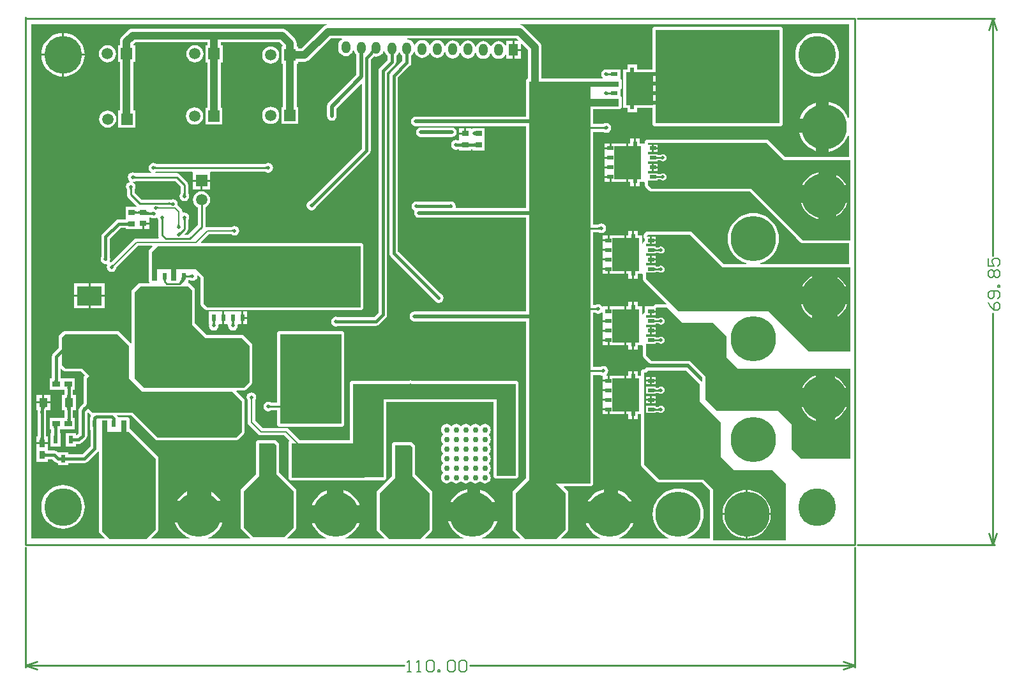
<source format=gbl>
%FSLAX25Y25*%
%MOIN*%
G70*
G01*
G75*
G04 Layer_Physical_Order=2*
G04 Layer_Color=16711680*
%ADD10C,0.01000*%
%ADD11C,0.00800*%
%ADD12C,0.02000*%
%ADD13C,0.01500*%
%ADD14R,0.07874X0.09843*%
%ADD15R,0.03937X0.02362*%
%ADD16R,0.02756X0.03347*%
%ADD17R,0.03347X0.02756*%
%ADD18R,0.02362X0.03937*%
%ADD19R,0.09843X0.07874*%
%ADD20R,0.03150X0.03000*%
%ADD21R,0.01102X0.02618*%
%ADD22R,0.02618X0.01102*%
%ADD23R,0.08425X0.08425*%
%ADD24R,0.05118X0.03937*%
%ADD25R,0.07087X0.03937*%
%ADD26R,0.13780X0.04724*%
%ADD27R,0.10630X0.03937*%
%ADD28C,0.04000*%
%ADD29R,0.10400X0.19500*%
%ADD30R,0.29800X0.09500*%
%ADD31R,0.09700X0.12600*%
%ADD32R,0.21700X0.08200*%
%ADD33R,0.14400X0.15700*%
%ADD34R,0.31850X0.07800*%
%ADD35R,0.22100X0.07800*%
%ADD36R,0.09250X0.32500*%
%ADD37R,0.35100X0.09500*%
%ADD38R,0.13950X0.24700*%
%ADD39R,0.15400X0.30700*%
%ADD40R,0.11100X0.37200*%
%ADD41R,0.43600X0.19500*%
%ADD42R,0.55200X0.21700*%
%ADD43R,0.28700X0.30200*%
%ADD44R,0.23100X0.37800*%
%ADD45R,0.46700X0.47800*%
%ADD46R,0.48000X1.67000*%
%ADD47R,0.40000X0.63500*%
%ADD48R,2.47000X0.34000*%
%ADD49R,0.27000X0.39600*%
%ADD50R,0.32000X0.43000*%
%ADD51R,0.28000X0.46000*%
%ADD52C,0.00600*%
%ADD53C,0.05906*%
%ADD54R,0.05906X0.05906*%
%ADD55R,0.04724X0.06299*%
%ADD56O,0.04724X0.06299*%
%ADD57C,0.23622*%
%ADD58R,0.05906X0.05906*%
%ADD59C,0.19685*%
%ADD60C,0.03000*%
%ADD61C,0.02000*%
%ADD62C,0.05500*%
%ADD63R,0.03000X0.04000*%
%ADD64R,0.04000X0.03000*%
%ADD65R,0.04331X0.04724*%
%ADD66R,0.12992X0.09843*%
%ADD67R,0.03543X0.02126*%
%ADD68R,0.01969X0.06299*%
%ADD69R,0.14410X0.07874*%
%ADD70R,0.14410X0.09843*%
%ADD71R,0.05118X0.13780*%
%ADD72R,0.04724X0.13780*%
%ADD73R,0.13386X0.19291*%
%ADD74R,0.05512X0.05512*%
%ADD75R,0.09843X0.14410*%
%ADD76R,0.07874X0.14410*%
%ADD77R,0.06299X0.01969*%
%ADD78R,0.02126X0.03543*%
%ADD79R,0.14016X0.07008*%
%ADD80R,0.23900X0.07400*%
%ADD81R,0.06600X0.29900*%
%ADD82R,0.31161X0.10375*%
%ADD83R,0.10100X0.35200*%
%ADD84R,0.32275X0.09409*%
%ADD85R,0.13400X0.33200*%
%ADD86R,0.09200X0.34200*%
%ADD87R,0.31475X0.09309*%
%ADD88R,0.36300X0.11700*%
%ADD89R,0.07800X0.28400*%
%ADD90R,0.34500X0.09900*%
%ADD91R,0.06800X0.25700*%
%ADD92R,0.33050X0.09400*%
%ADD93R,0.08800X0.24200*%
%ADD94R,0.35000X0.11700*%
%ADD95R,0.13000X0.24000*%
%ADD96R,0.32000X2.10000*%
%ADD97R,0.15000X0.04000*%
%ADD98R,0.15000X0.03000*%
%ADD99R,0.65000X0.49000*%
%ADD100R,0.10000X0.48000*%
%ADD101R,0.85000X0.08000*%
%ADD102R,0.38000X0.18000*%
%ADD103R,0.16000X0.49000*%
%ADD104R,0.32000X0.47000*%
%ADD105R,0.03000X0.08000*%
G36*
X301300Y121024D02*
Y119240D01*
Y117303D01*
X304573D01*
Y116303D01*
X301300D01*
Y114240D01*
Y112302D01*
X304573D01*
Y111302D01*
X301300D01*
Y109240D01*
Y107302D01*
X304573D01*
Y106804D01*
X305072D01*
Y104240D01*
X307843D01*
Y104260D01*
X312822D01*
Y110682D01*
X313822D01*
Y104260D01*
X314873D01*
Y101779D01*
X316858D01*
Y106430D01*
X317858D01*
Y101779D01*
X319842D01*
Y104260D01*
X322027D01*
Y104260D01*
X322117D01*
X322471Y103906D01*
Y99000D01*
X322587Y98415D01*
X322919Y97919D01*
X325919Y94919D01*
X326415Y94587D01*
X327000Y94471D01*
X346367D01*
X351919Y88919D01*
X353471Y87366D01*
Y85346D01*
X353009Y85154D01*
X349081Y89081D01*
X346081Y92081D01*
X345585Y92413D01*
X345000Y92529D01*
X325000D01*
X324415Y92413D01*
X323919Y92081D01*
X323366Y91529D01*
X323000D01*
X322415Y91413D01*
X321919Y91081D01*
X321587Y90585D01*
X321471Y90000D01*
Y88221D01*
X319842D01*
Y90686D01*
X317858D01*
Y86035D01*
X316858D01*
Y90686D01*
X314873D01*
Y88221D01*
X313822D01*
Y82782D01*
X312822D01*
Y88221D01*
X307843D01*
Y88225D01*
X305072D01*
Y85661D01*
X304573D01*
Y85162D01*
X301300D01*
Y83099D01*
Y81162D01*
X304573D01*
Y80162D01*
X301300D01*
Y78099D01*
Y76162D01*
X304573D01*
Y75162D01*
X301300D01*
Y73099D01*
Y71162D01*
X304573D01*
Y70663D01*
X305072D01*
Y68099D01*
X307843D01*
Y68120D01*
X312822D01*
Y74542D01*
X313822D01*
Y68120D01*
X314873D01*
Y65639D01*
X316858D01*
Y70289D01*
X317858D01*
Y65639D01*
X319842D01*
Y68120D01*
X321471D01*
Y42000D01*
X321568Y41512D01*
X321587Y41415D01*
X321919Y40918D01*
X325919Y36919D01*
X325919Y36919D01*
X329919Y32919D01*
X330415Y32587D01*
X331000Y32471D01*
X353366D01*
X354919Y30919D01*
X357471Y28367D01*
Y18000D01*
Y3039D01*
X345861D01*
X345763Y3530D01*
X346906Y4003D01*
X348693Y5098D01*
X350286Y6459D01*
X351646Y8052D01*
X352741Y9838D01*
X353543Y11774D01*
X354032Y13811D01*
X354197Y15900D01*
X354032Y17989D01*
X353543Y20026D01*
X352741Y21962D01*
X351646Y23748D01*
X350286Y25341D01*
X348693Y26702D01*
X346906Y27797D01*
X344970Y28599D01*
X342933Y29088D01*
X340844Y29252D01*
X338756Y29088D01*
X336718Y28599D01*
X334783Y27797D01*
X332996Y26702D01*
X331403Y25341D01*
X330042Y23748D01*
X328947Y21962D01*
X328146Y20026D01*
X327657Y17989D01*
X327492Y15900D01*
X327657Y13811D01*
X328146Y11774D01*
X328947Y9838D01*
X330042Y8052D01*
X331403Y6459D01*
X332996Y5098D01*
X334783Y4003D01*
X335926Y3530D01*
X335828Y3039D01*
X310105D01*
X310007Y3530D01*
X311151Y4003D01*
X312937Y5098D01*
X314530Y6459D01*
X315891Y8052D01*
X316986Y9838D01*
X317788Y11774D01*
X318277Y13811D01*
X318402Y15400D01*
X291776D01*
X291901Y13811D01*
X292390Y11774D01*
X293192Y9838D01*
X294287Y8052D01*
X295647Y6459D01*
X297241Y5098D01*
X299027Y4003D01*
X300170Y3530D01*
X300073Y3039D01*
X279855D01*
X279664Y3501D01*
X283081Y6919D01*
X283413Y7415D01*
X283529Y8000D01*
Y27000D01*
X283413Y27585D01*
X283081Y28081D01*
X281154Y30009D01*
X281346Y30471D01*
X295000D01*
X295585Y30587D01*
X296081Y30919D01*
X296413Y31415D01*
X296529Y32000D01*
Y88661D01*
X300363D01*
X300836Y88345D01*
X301303Y88252D01*
X301300Y88225D01*
X301300Y88225D01*
X301300Y88225D01*
Y86162D01*
X304072D01*
Y88225D01*
X303468D01*
X303323Y88704D01*
X303613Y88898D01*
X304166Y89724D01*
X304360Y90700D01*
X304166Y91676D01*
X303613Y92502D01*
X302786Y93055D01*
X301811Y93249D01*
X300836Y93055D01*
X300363Y92739D01*
X296529D01*
Y121055D01*
X297657D01*
X298130Y120739D01*
X299106Y120545D01*
X300081Y120739D01*
X300859Y121259D01*
X301300Y121024D01*
D02*
G37*
G36*
X175000Y124000D02*
X95000D01*
X93000Y126000D01*
Y140000D01*
X89000Y144000D01*
X67000D01*
X66000Y145000D01*
Y153000D01*
X69000Y156000D01*
X175000D01*
Y124000D01*
D02*
G37*
G36*
X338000Y121000D02*
X343000Y116000D01*
X359000D01*
X363000Y112000D01*
X366000Y109000D01*
Y98000D01*
X369000Y95000D01*
X372000Y92000D01*
X430675D01*
Y45000D01*
X405000D01*
X402000Y48000D01*
X400000Y50000D01*
Y63000D01*
X397000Y66000D01*
X393000Y70000D01*
X361000D01*
X357000Y74000D01*
X355000Y76000D01*
Y81000D01*
Y88000D01*
X353000Y90000D01*
X347000Y96000D01*
X327000D01*
X324000Y99000D01*
Y104940D01*
X324000D01*
X324038D01*
X324354Y104940D01*
X324354Y104940D01*
Y104940D01*
X329181D01*
Y105477D01*
X330661D01*
X331214Y105107D01*
X331917Y104967D01*
X332619Y105107D01*
X333214Y105505D01*
X333612Y106100D01*
X333752Y106802D01*
X333612Y107505D01*
X333214Y108100D01*
X332619Y108498D01*
X331917Y108638D01*
X331214Y108498D01*
X330661Y108128D01*
X329181D01*
Y108666D01*
X324354D01*
X324354Y108666D01*
Y108666D01*
X324038Y108666D01*
X324000Y108703D01*
Y109940D01*
X324000D01*
X324038D01*
X324354Y109940D01*
X324354Y109940D01*
Y109940D01*
X326110D01*
Y111802D01*
Y113665D01*
X324354D01*
X324354Y113666D01*
Y113665D01*
X324038Y113666D01*
X324000Y113703D01*
Y114940D01*
X324000D01*
X324038D01*
X324354Y114940D01*
X324354Y114940D01*
Y114940D01*
X329181D01*
Y115477D01*
X330661D01*
X331214Y115107D01*
X331917Y114967D01*
X332619Y115107D01*
X333214Y115505D01*
X333612Y116100D01*
X333752Y116803D01*
X333612Y117505D01*
X333214Y118100D01*
X332619Y118498D01*
X331917Y118638D01*
X331214Y118498D01*
X330661Y118128D01*
X329181D01*
Y118666D01*
X324354D01*
X324354Y118666D01*
Y118666D01*
X324038Y118666D01*
X324000Y118703D01*
Y119940D01*
X324000D01*
X324038D01*
X324354Y119940D01*
X324354Y119940D01*
Y119940D01*
X326110D01*
Y121803D01*
X326608D01*
Y122302D01*
X329181D01*
Y123646D01*
X329181Y123646D01*
D01*
D01*
X329181Y123665D01*
D01*
X329516Y124000D01*
X335000D01*
X338000Y121000D01*
D02*
G37*
G36*
X429961Y223075D02*
X429470Y222977D01*
X428897Y224362D01*
X427802Y226148D01*
X426441Y227741D01*
X424848Y229102D01*
X423062Y230197D01*
X421126Y230999D01*
X419089Y231488D01*
X417500Y231613D01*
Y218299D01*
Y204987D01*
X419089Y205112D01*
X421126Y205601D01*
X423062Y206403D01*
X424848Y207498D01*
X426441Y208859D01*
X427802Y210452D01*
X428897Y212238D01*
X429470Y213623D01*
X429961Y213525D01*
Y202529D01*
X396634D01*
X393081Y206081D01*
X388081Y211081D01*
X387585Y211413D01*
X387000Y211529D01*
X325000D01*
X324415Y211413D01*
X323919Y211081D01*
X323587Y210585D01*
X323471Y210000D01*
Y209642D01*
X323027D01*
Y209642D01*
X320842D01*
Y212107D01*
X318858D01*
Y207456D01*
X317858D01*
Y212107D01*
X315873D01*
Y209642D01*
X314822D01*
Y204204D01*
X313822D01*
Y209642D01*
X308843D01*
Y209646D01*
X306072D01*
Y207082D01*
X305573D01*
Y206583D01*
X302300D01*
Y204520D01*
Y202583D01*
X305573D01*
Y201583D01*
X302300D01*
Y199520D01*
Y197583D01*
X305573D01*
Y196583D01*
X302300D01*
Y194520D01*
Y192583D01*
X305573D01*
Y192084D01*
X306072D01*
Y189520D01*
X308843D01*
Y189541D01*
X313822D01*
Y195963D01*
X314822D01*
Y189541D01*
X315873D01*
Y187060D01*
X317858D01*
Y191710D01*
X318858D01*
Y187060D01*
X320842D01*
Y189541D01*
X323027D01*
Y189541D01*
X323117D01*
X323471Y189187D01*
Y188000D01*
X323587Y187415D01*
X323919Y186919D01*
X325919Y184919D01*
X326415Y184587D01*
X327000Y184471D01*
X378366D01*
X402919Y159919D01*
X404919Y157919D01*
X405415Y157587D01*
X406000Y157471D01*
X429961D01*
Y146529D01*
X383693D01*
X383634Y147026D01*
X384226Y147168D01*
X386162Y147970D01*
X387948Y149065D01*
X389541Y150425D01*
X390902Y152018D01*
X391997Y153805D01*
X392799Y155741D01*
X393288Y157778D01*
X393452Y159867D01*
X393288Y161955D01*
X392799Y163993D01*
X391997Y165928D01*
X390902Y167715D01*
X389541Y169308D01*
X387948Y170669D01*
X386162Y171764D01*
X384226Y172565D01*
X382189Y173054D01*
X380100Y173219D01*
X378011Y173054D01*
X375974Y172565D01*
X374038Y171764D01*
X372252Y170669D01*
X370659Y169308D01*
X369298Y167715D01*
X368203Y165928D01*
X367401Y163993D01*
X366912Y161955D01*
X366748Y159867D01*
X366912Y157778D01*
X367401Y155741D01*
X368203Y153805D01*
X369298Y152018D01*
X370659Y150425D01*
X372252Y149065D01*
X374038Y147970D01*
X375974Y147168D01*
X376566Y147026D01*
X376507Y146529D01*
X364633D01*
X353081Y158081D01*
X348081Y163081D01*
X347585Y163413D01*
X347000Y163529D01*
X325000D01*
X324512Y163432D01*
X324415Y163413D01*
X323919Y163081D01*
X323186Y162349D01*
X322855Y161853D01*
Y161853D01*
X322855Y161853D01*
X322796Y161559D01*
X322738Y161268D01*
Y161268D01*
Y161268D01*
X322808Y160918D01*
X322855Y160683D01*
X322855Y160682D01*
Y160682D01*
X323046Y160221D01*
Y160221D01*
Y160221D01*
X323046Y160221D01*
X323158Y160054D01*
X323338Y159784D01*
Y158441D01*
X322919Y158161D01*
X322587Y157665D01*
X322524Y157350D01*
X322027Y157399D01*
Y161501D01*
X319842D01*
Y163967D01*
X317858D01*
Y159316D01*
X316858D01*
Y163967D01*
X314873D01*
Y161501D01*
X313822D01*
Y156063D01*
X312822D01*
Y161501D01*
X307843D01*
Y161506D01*
X305072D01*
Y158942D01*
X304573D01*
Y158443D01*
X301300D01*
Y156380D01*
Y154443D01*
X304573D01*
Y153443D01*
X301300D01*
Y151380D01*
Y149443D01*
X304573D01*
Y148443D01*
X301300D01*
Y146380D01*
Y144443D01*
X304573D01*
Y143944D01*
X305072D01*
Y141380D01*
X307843D01*
Y141400D01*
X312822D01*
Y147823D01*
X313822D01*
Y141400D01*
X314873D01*
Y138919D01*
X316858D01*
Y143570D01*
X317858D01*
Y138919D01*
X319842D01*
Y141400D01*
X322027D01*
Y141400D01*
X322117D01*
X322471Y141047D01*
Y139000D01*
X322587Y138415D01*
X322919Y137919D01*
X334846Y125991D01*
X334654Y125529D01*
X329516D01*
X329516D01*
X329516D01*
X329283Y125483D01*
X328930Y125413D01*
X328930Y125413D01*
X328930D01*
X328434Y125081D01*
X328100Y124747D01*
X327928Y124490D01*
X327845Y124365D01*
X323338D01*
Y121301D01*
X322919Y121021D01*
X322587Y120525D01*
X322524Y120210D01*
X322027Y120259D01*
Y124361D01*
X319842D01*
Y126826D01*
X317858D01*
Y122176D01*
X316858D01*
Y126826D01*
X314873D01*
Y124361D01*
X313822D01*
Y118923D01*
X312822D01*
Y124361D01*
X307843D01*
Y124365D01*
X305072D01*
Y121801D01*
X304072D01*
Y124365D01*
X301300D01*
X301300Y124366D01*
Y124366D01*
X301269Y124356D01*
X300908Y124897D01*
X300081Y125449D01*
X299106Y125644D01*
X298130Y125449D01*
X297657Y125134D01*
X296529D01*
Y163255D01*
X299257D01*
X299730Y162940D01*
X300706Y162745D01*
X301681Y162940D01*
X302508Y163492D01*
X303061Y164319D01*
X303255Y165295D01*
X303061Y166270D01*
X302508Y167097D01*
X301681Y167649D01*
X300706Y167843D01*
X299730Y167649D01*
X299257Y167334D01*
X296529D01*
Y215655D01*
X301857D01*
X302330Y215339D01*
X303306Y215145D01*
X304281Y215339D01*
X305108Y215892D01*
X305661Y216719D01*
X305855Y217694D01*
X305661Y218670D01*
X305108Y219497D01*
X304281Y220049D01*
X303306Y220244D01*
X302330Y220049D01*
X301857Y219734D01*
X296529D01*
Y227471D01*
X310000D01*
X310585Y227587D01*
X311081Y227919D01*
X311413Y228415D01*
X311529Y229000D01*
Y233000D01*
X311413Y233585D01*
X311081Y234081D01*
X310812Y234262D01*
Y237738D01*
X311081Y237919D01*
X311413Y238415D01*
X311529Y239000D01*
Y242000D01*
X311413Y242585D01*
X311081Y243081D01*
X310812Y243262D01*
Y248301D01*
X304269D01*
X304269Y248301D01*
X304031Y248134D01*
X303262Y248287D01*
X302287Y248093D01*
X301460Y247540D01*
X300907Y246713D01*
X300713Y245738D01*
X300907Y244762D01*
X301436Y243970D01*
X301201Y243529D01*
X269530D01*
Y260000D01*
X269410Y260914D01*
X269057Y261765D01*
X268496Y262496D01*
X260496Y270496D01*
X259765Y271057D01*
X258914Y271410D01*
X258000Y271530D01*
Y271607D01*
X258354Y271961D01*
X429961D01*
Y223075D01*
D02*
G37*
G36*
X87000Y133000D02*
Y115000D01*
X94000Y108000D01*
X113000D01*
X117000Y104000D01*
Y85000D01*
X114000Y82000D01*
X62000D01*
X57000Y87000D01*
Y132000D01*
X60000Y135000D01*
X85000D01*
X87000Y133000D01*
D02*
G37*
G36*
X352000Y157000D02*
X364000Y145000D01*
X430675D01*
Y101000D01*
X409000D01*
X403000Y107000D01*
X388000Y122000D01*
X341000D01*
X324000Y139000D01*
Y142080D01*
X324000D01*
X324038D01*
X324354Y142080D01*
X324354Y142080D01*
Y142080D01*
X329181D01*
Y142617D01*
X330661D01*
X331214Y142247D01*
X331917Y142108D01*
X332619Y142247D01*
X333214Y142645D01*
X333612Y143241D01*
X333752Y143943D01*
X333612Y144645D01*
X333214Y145241D01*
X332619Y145639D01*
X331917Y145778D01*
X331214Y145639D01*
X330661Y145268D01*
X329181D01*
Y145806D01*
X324354D01*
X324354Y145806D01*
Y145806D01*
X324038Y145806D01*
X324000Y145844D01*
Y147080D01*
X324000D01*
X324038D01*
X324354Y147080D01*
X324354Y147080D01*
Y147080D01*
X326110D01*
Y148942D01*
Y150806D01*
X324354D01*
X324354Y150806D01*
Y150806D01*
X324038Y150806D01*
X324000Y150844D01*
Y152080D01*
X324000D01*
X324038D01*
X324354Y152080D01*
X324354Y152080D01*
Y152080D01*
X329181D01*
Y152617D01*
X330661D01*
X331214Y152247D01*
X331917Y152108D01*
X332619Y152247D01*
X333214Y152645D01*
X333612Y153241D01*
X333752Y153943D01*
X333612Y154645D01*
X333214Y155241D01*
X332619Y155639D01*
X331917Y155778D01*
X331214Y155639D01*
X330661Y155268D01*
X329181D01*
Y155806D01*
X324354D01*
X324354Y155806D01*
Y155806D01*
X324038Y155806D01*
X324000Y155844D01*
Y157080D01*
X324000D01*
X324038D01*
X324354Y157080D01*
X324354Y157080D01*
Y157080D01*
X326110D01*
Y158942D01*
Y160806D01*
X324459D01*
X324268Y161268D01*
X325000Y162000D01*
X347000D01*
X352000Y157000D01*
D02*
G37*
G36*
X66025Y170645D02*
X67000Y170451D01*
X67975Y170645D01*
X68436Y170953D01*
X68898Y170762D01*
X69045Y170025D01*
X69361Y169552D01*
Y161600D01*
X69516Y160820D01*
X69811Y160378D01*
X69575Y159937D01*
X58000D01*
X57259Y159790D01*
X56630Y159370D01*
X44762Y147502D01*
X44338Y147417D01*
X44060Y147833D01*
X44255Y148125D01*
X44449Y149100D01*
X44255Y150075D01*
X44194Y150167D01*
Y159950D01*
X49606Y165362D01*
X52392D01*
Y164778D01*
X58739D01*
Y164816D01*
X61000D01*
Y167695D01*
X61499D01*
Y168194D01*
X64673D01*
Y170369D01*
X64673Y170369D01*
D01*
D01*
X64673Y170572D01*
Y170588D01*
Y170647D01*
X64673Y170722D01*
X64673Y170926D01*
X64673Y170926D01*
X64673D01*
Y170961D01*
X65552D01*
X66025Y170645D01*
D02*
G37*
G36*
X392000Y205000D02*
X396000Y201000D01*
X430675D01*
Y159000D01*
X406000D01*
X404000Y161000D01*
X379000Y186000D01*
X327000D01*
X325000Y188000D01*
Y190220D01*
X325000D01*
X325038D01*
X325354Y190220D01*
X325354Y190220D01*
Y190220D01*
X330181D01*
Y190758D01*
X331661D01*
X332214Y190388D01*
X332917Y190248D01*
X333619Y190388D01*
X334214Y190786D01*
X334612Y191381D01*
X334752Y192083D01*
X334612Y192786D01*
X334214Y193381D01*
X333619Y193779D01*
X332917Y193919D01*
X332214Y193779D01*
X331661Y193409D01*
X330181D01*
Y193946D01*
X325354D01*
X325354Y193946D01*
Y193946D01*
X325038Y193946D01*
X325000Y193984D01*
Y195220D01*
X325000D01*
X325038D01*
X325354Y195220D01*
X325354Y195220D01*
Y195220D01*
X327110D01*
Y197082D01*
Y198946D01*
X325354D01*
X325354Y198946D01*
Y198946D01*
X325038Y198946D01*
X325000Y198984D01*
Y200220D01*
X325000D01*
X325038D01*
X325354Y200220D01*
X325354Y200220D01*
Y200220D01*
X330181D01*
Y200758D01*
X331661D01*
X332214Y200388D01*
X332917Y200248D01*
X333619Y200388D01*
X334214Y200785D01*
X334612Y201381D01*
X334752Y202083D01*
X334612Y202786D01*
X334214Y203381D01*
X333619Y203779D01*
X332917Y203919D01*
X332214Y203779D01*
X331661Y203409D01*
X330181D01*
Y203946D01*
X325354D01*
X325354Y203946D01*
Y203946D01*
X325038Y203946D01*
X325000Y203984D01*
Y205220D01*
X325000D01*
X325038D01*
X325354Y205220D01*
X325354Y205220D01*
Y205220D01*
X327110D01*
Y207082D01*
Y208946D01*
X325354D01*
X325354Y208946D01*
Y208946D01*
X325038Y208946D01*
X325000Y208984D01*
Y210000D01*
X387000D01*
X392000Y205000D01*
D02*
G37*
G36*
X54000Y104000D02*
Y87000D01*
X61000Y80000D01*
X108000D01*
X113000Y75000D01*
Y59000D01*
X110000Y56000D01*
X69000D01*
X56000Y69000D01*
X35000D01*
X32000Y72000D01*
Y87000D01*
X33000Y88000D01*
X33814D01*
X29814Y92000D01*
X21000D01*
X19000Y94000D01*
Y108295D01*
X20705Y110000D01*
X48000D01*
X54000Y104000D01*
D02*
G37*
G36*
X202000Y51000D02*
Y36000D01*
X211000Y27000D01*
Y8000D01*
X206000Y3000D01*
X190000D01*
X185000Y8000D01*
Y27000D01*
X193000Y35000D01*
Y52000D01*
X201000D01*
X202000Y51000D01*
D02*
G37*
G36*
X273000D02*
Y36000D01*
X282000Y27000D01*
Y8000D01*
X277000Y3000D01*
X261000D01*
X256000Y8000D01*
Y27000D01*
X264000Y35000D01*
Y52000D01*
X272000D01*
X273000Y51000D01*
D02*
G37*
G36*
X68000Y45000D02*
Y8000D01*
X63000Y3000D01*
X44000D01*
X40000Y7000D01*
Y59000D01*
X54000D01*
X68000Y45000D01*
D02*
G37*
G36*
X157481Y271462D02*
X157086Y271410D01*
X156235Y271057D01*
X155504Y270496D01*
X144338Y259330D01*
X142553D01*
Y260253D01*
X141630D01*
Y261900D01*
X141510Y262814D01*
X141157Y263665D01*
X140596Y264396D01*
X136496Y268496D01*
X135765Y269057D01*
X134914Y269410D01*
X134000Y269530D01*
X56000D01*
X56000Y269530D01*
X55086Y269410D01*
X54235Y269057D01*
X53504Y268496D01*
X50404Y265396D01*
X49843Y264665D01*
X49490Y263814D01*
X49370Y262900D01*
Y260953D01*
X48447D01*
Y252047D01*
X49370D01*
Y226753D01*
X48547D01*
Y217847D01*
X57453D01*
Y226753D01*
X56430D01*
Y252047D01*
X57353D01*
Y260953D01*
X56430D01*
Y261438D01*
X57462Y262470D01*
X94970D01*
Y260853D01*
X94047D01*
Y251947D01*
X94970D01*
Y228353D01*
X93947D01*
Y219447D01*
X102853D01*
Y228353D01*
X102030D01*
Y251947D01*
X102953D01*
Y260853D01*
X102030D01*
Y262470D01*
X132538D01*
X134293Y260715D01*
X134101Y260253D01*
X133647D01*
Y251347D01*
X134570D01*
Y228653D01*
X133647D01*
Y219747D01*
X142553D01*
Y228653D01*
X141630D01*
Y251347D01*
X142553D01*
Y252270D01*
X145800D01*
X146714Y252390D01*
X147565Y252743D01*
X148296Y253304D01*
X159462Y264470D01*
X165109D01*
X165269Y263996D01*
X164547Y263442D01*
X163928Y262635D01*
X163539Y261696D01*
X163406Y260687D01*
Y259113D01*
X163539Y258104D01*
X163928Y257165D01*
X164547Y256358D01*
X165354Y255739D01*
X166293Y255350D01*
X167302Y255217D01*
X168310Y255350D01*
X169249Y255739D01*
X170056Y256358D01*
X170675Y257165D01*
X171064Y258104D01*
X171067Y258126D01*
X171567D01*
X171610Y257804D01*
X171999Y256865D01*
X172618Y256058D01*
X172824Y255900D01*
Y245428D01*
X158198Y230802D01*
X157645Y229976D01*
X157451Y229000D01*
Y224000D01*
X157645Y223025D01*
X158198Y222198D01*
X159025Y221645D01*
X160000Y221451D01*
X160976Y221645D01*
X161802Y222198D01*
X162355Y223025D01*
X162549Y224000D01*
X162549Y224000D01*
X162549Y224000D01*
Y224000D01*
Y227944D01*
X175244Y240639D01*
X175706Y240448D01*
Y206747D01*
X148567Y179608D01*
X148459Y179586D01*
X147632Y179034D01*
X147080Y178207D01*
X146886Y177232D01*
X147080Y176256D01*
X147632Y175429D01*
X148459Y174876D01*
X149435Y174682D01*
X150410Y174876D01*
X151237Y175429D01*
X151790Y176256D01*
X151811Y176364D01*
X179622Y204175D01*
X180120Y204919D01*
X180294Y205797D01*
Y253403D01*
X182028Y255137D01*
X182238Y255050D01*
X183247Y254917D01*
X184255Y255050D01*
X185194Y255439D01*
X186001Y256058D01*
X186620Y256865D01*
X187009Y257804D01*
X187012Y257826D01*
X187512D01*
X187555Y257504D01*
X187944Y256565D01*
X188563Y255758D01*
X189023Y255405D01*
Y253268D01*
X184978Y249222D01*
X184481Y248478D01*
X184306Y247600D01*
Y121050D01*
X182050Y118794D01*
X163267D01*
X163175Y118855D01*
X162200Y119049D01*
X161224Y118855D01*
X160398Y118302D01*
X159845Y117475D01*
X159651Y116500D01*
X159845Y115524D01*
X160398Y114698D01*
X161224Y114145D01*
X162200Y113951D01*
X163175Y114145D01*
X163267Y114206D01*
X183000D01*
X183878Y114381D01*
X184622Y114878D01*
X184622Y114878D01*
X184622Y114878D01*
X188222Y118478D01*
X188719Y119222D01*
X188894Y120100D01*
Y246650D01*
X192939Y250695D01*
X193437Y251439D01*
X193611Y252317D01*
X193611Y252317D01*
X193611Y252317D01*
Y252317D01*
Y255405D01*
X194072Y255758D01*
X194691Y256565D01*
X195004Y257321D01*
X195504D01*
X195818Y256565D01*
X196437Y255758D01*
X196897Y255405D01*
Y252842D01*
X190678Y246622D01*
X190181Y245878D01*
X190006Y245000D01*
Y152300D01*
X190181Y151422D01*
X190678Y150678D01*
X190678Y150678D01*
X190678Y150678D01*
X213424Y127932D01*
X213445Y127824D01*
X213998Y126998D01*
X214825Y126445D01*
X215800Y126251D01*
X216775Y126445D01*
X217602Y126998D01*
X218155Y127824D01*
X218349Y128800D01*
X218155Y129776D01*
X217602Y130602D01*
X216775Y131155D01*
X216668Y131176D01*
X194594Y153250D01*
Y244050D01*
X200814Y250269D01*
X201311Y251013D01*
X201485Y251891D01*
X201485Y251891D01*
X201485Y251891D01*
Y251891D01*
Y255405D01*
X201946Y255758D01*
X202565Y256565D01*
X202954Y257504D01*
X202957Y257526D01*
X203457D01*
X203499Y257204D01*
X203889Y256265D01*
X204508Y255458D01*
X205314Y254839D01*
X206254Y254450D01*
X207262Y254317D01*
X208270Y254450D01*
X209210Y254839D01*
X210017Y255458D01*
X210636Y256265D01*
X210949Y257021D01*
X211449D01*
X211763Y256265D01*
X212382Y255458D01*
X213189Y254839D01*
X214128Y254450D01*
X215136Y254317D01*
X216144Y254450D01*
X217084Y254839D01*
X217891Y255458D01*
X218510Y256265D01*
X218899Y257204D01*
X218902Y257226D01*
X219402D01*
X219444Y256904D01*
X219833Y255965D01*
X220452Y255158D01*
X221259Y254539D01*
X222199Y254150D01*
X223207Y254017D01*
X224215Y254150D01*
X225155Y254539D01*
X225962Y255158D01*
X226581Y255965D01*
X226894Y256721D01*
X227394D01*
X227708Y255965D01*
X228327Y255158D01*
X229133Y254539D01*
X230073Y254150D01*
X231081Y254017D01*
X232089Y254150D01*
X233029Y254539D01*
X233836Y255158D01*
X234455Y255965D01*
X234844Y256904D01*
X234847Y256926D01*
X235347D01*
X235389Y256604D01*
X235778Y255665D01*
X236397Y254858D01*
X237204Y254239D01*
X238144Y253850D01*
X239152Y253717D01*
X240160Y253850D01*
X241100Y254239D01*
X241906Y254858D01*
X242526Y255665D01*
X242839Y256421D01*
X243339D01*
X243652Y255665D01*
X244271Y254858D01*
X245078Y254239D01*
X246018Y253850D01*
X247026Y253717D01*
X248034Y253850D01*
X248974Y254239D01*
X249781Y254858D01*
X250400Y255665D01*
X250547Y256022D01*
X251038Y255924D01*
Y253750D01*
X254400D01*
Y258399D01*
Y263050D01*
X251038D01*
Y260876D01*
X250547Y260778D01*
X250400Y261135D01*
X249781Y261942D01*
X248974Y262561D01*
X248034Y262950D01*
X247026Y263083D01*
X246018Y262950D01*
X245078Y262561D01*
X244271Y261942D01*
X243652Y261135D01*
X243339Y260379D01*
X242839D01*
X242526Y261135D01*
X241906Y261942D01*
X241100Y262561D01*
X240160Y262950D01*
X239152Y263083D01*
X238144Y262950D01*
X237204Y262561D01*
X236397Y261942D01*
X235778Y261135D01*
X235389Y260196D01*
X235386Y260174D01*
X234886D01*
X234844Y260496D01*
X234455Y261435D01*
X233836Y262242D01*
X233029Y262861D01*
X232089Y263250D01*
X231081Y263383D01*
X230073Y263250D01*
X229133Y262861D01*
X228327Y262242D01*
X227708Y261435D01*
X227394Y260679D01*
X226894D01*
X226581Y261435D01*
X225962Y262242D01*
X225155Y262861D01*
X224215Y263250D01*
X223207Y263383D01*
X222199Y263250D01*
X221259Y262861D01*
X220452Y262242D01*
X219833Y261435D01*
X219444Y260496D01*
X219441Y260474D01*
X218941D01*
X218899Y260796D01*
X218510Y261735D01*
X217891Y262542D01*
X217084Y263161D01*
X216144Y263550D01*
X215136Y263683D01*
X214128Y263550D01*
X213189Y263161D01*
X212382Y262542D01*
X211763Y261735D01*
X211449Y260979D01*
X210949D01*
X210636Y261735D01*
X210017Y262542D01*
X209210Y263161D01*
X208270Y263550D01*
X207262Y263683D01*
X206254Y263550D01*
X205314Y263161D01*
X204508Y262542D01*
X203889Y261735D01*
X203499Y260796D01*
X203497Y260774D01*
X202996D01*
X202954Y261096D01*
X202565Y262035D01*
X201946Y262842D01*
X201139Y263461D01*
X200200Y263850D01*
X199283Y263971D01*
X199316Y264470D01*
X256538D01*
X257496Y263511D01*
X257305Y263050D01*
X255400D01*
Y258900D01*
X258762D01*
Y261592D01*
X259224Y261783D01*
X262470Y258538D01*
Y243424D01*
X262415Y243413D01*
X261919Y243081D01*
X261587Y242585D01*
X261471Y242000D01*
Y223688D01*
X203861D01*
X202885Y223494D01*
X202058Y222942D01*
X201506Y222115D01*
X201312Y221139D01*
X201506Y220164D01*
X202058Y219337D01*
X202885Y218784D01*
X203861Y218590D01*
X261471D01*
Y175888D01*
X224962D01*
X224644Y176275D01*
X224749Y176800D01*
X224555Y177776D01*
X224002Y178602D01*
X223176Y179155D01*
X222200Y179349D01*
X221224Y179155D01*
X221133Y179094D01*
X205267D01*
X205175Y179155D01*
X204200Y179349D01*
X203224Y179155D01*
X202398Y178602D01*
X201845Y177776D01*
X201651Y176800D01*
X201845Y175824D01*
X202398Y174998D01*
X203224Y174445D01*
D01*
D01*
X203206Y174315D01*
X203206Y174315D01*
X203206Y174315D01*
X203012Y173339D01*
X203206Y172364D01*
X203758Y171537D01*
X204585Y170984D01*
X205561Y170790D01*
X261471D01*
Y121788D01*
X203161D01*
X202185Y121594D01*
X201358Y121042D01*
X200806Y120215D01*
X200612Y119239D01*
X200806Y118264D01*
X201358Y117437D01*
X202185Y116884D01*
X203161Y116690D01*
X261471D01*
Y34633D01*
X254919Y28081D01*
X254587Y27585D01*
X254471Y27000D01*
Y8000D01*
X254587Y7415D01*
X254919Y6919D01*
X258336Y3501D01*
X258145Y3039D01*
X238594D01*
X238496Y3530D01*
X239639Y4003D01*
X241426Y5098D01*
X243019Y6459D01*
X244380Y8052D01*
X245475Y9838D01*
X246276Y11774D01*
X246765Y13811D01*
X246891Y15400D01*
X220265D01*
X220390Y13811D01*
X220879Y11774D01*
X221681Y9838D01*
X222776Y8052D01*
X224136Y6459D01*
X225729Y5098D01*
X227516Y4003D01*
X228659Y3530D01*
X228562Y3039D01*
X208855D01*
X208664Y3501D01*
X212081Y6919D01*
X212413Y7415D01*
X212529Y8000D01*
Y27000D01*
X212413Y27585D01*
X212081Y28081D01*
X203529Y36634D01*
Y51000D01*
X203413Y51585D01*
X203081Y52081D01*
X202081Y53081D01*
X201585Y53413D01*
X201000Y53529D01*
X193000D01*
X192415Y53413D01*
X191919Y53081D01*
X191587Y52585D01*
X191471Y52000D01*
Y35634D01*
X183919Y28081D01*
X183587Y27585D01*
X183471Y27000D01*
Y8000D01*
X183587Y7415D01*
X183919Y6919D01*
X187336Y3501D01*
X187145Y3039D01*
X167083D01*
X166985Y3530D01*
X168128Y4003D01*
X169915Y5098D01*
X171508Y6459D01*
X172869Y8052D01*
X173963Y9838D01*
X174765Y11774D01*
X175254Y13811D01*
X175380Y15400D01*
X148754D01*
X148879Y13811D01*
X149368Y11774D01*
X150170Y9838D01*
X151265Y8052D01*
X152625Y6459D01*
X154218Y5098D01*
X156005Y4003D01*
X157148Y3530D01*
X157051Y3039D01*
X136855D01*
X136664Y3501D01*
X141081Y7919D01*
X141413Y8415D01*
X141529Y9000D01*
Y28000D01*
X141413Y28585D01*
X141081Y29081D01*
X132529Y37633D01*
Y52000D01*
X132413Y52585D01*
X132081Y53081D01*
X131081Y54081D01*
X130585Y54413D01*
X130000Y54529D01*
X122000D01*
X121415Y54413D01*
X120919Y54081D01*
X120587Y53585D01*
X120471Y53000D01*
Y36634D01*
X112919Y29081D01*
X112587Y28585D01*
X112471Y28000D01*
Y9000D01*
X112587Y8415D01*
X112919Y7919D01*
X117336Y3501D01*
X117145Y3039D01*
X95572D01*
X95474Y3530D01*
X96617Y4003D01*
X98404Y5098D01*
X99997Y6459D01*
X101358Y8052D01*
X102452Y9838D01*
X103254Y11774D01*
X103743Y13811D01*
X103868Y15400D01*
X77243D01*
X77368Y13811D01*
X77857Y11774D01*
X78659Y9838D01*
X79753Y8052D01*
X81114Y6459D01*
X82707Y5098D01*
X84494Y4003D01*
X85637Y3530D01*
X85540Y3039D01*
X65855D01*
X65664Y3501D01*
X69081Y6919D01*
X69413Y7415D01*
X69529Y8000D01*
Y45000D01*
X69413Y45585D01*
X69081Y46081D01*
X55081Y60081D01*
X54585Y60413D01*
X54529Y60424D01*
Y65000D01*
X54413Y65585D01*
X54081Y66081D01*
X53825Y66253D01*
Y66512D01*
X53088D01*
X53000Y66529D01*
X50000D01*
X49912Y66512D01*
X48402D01*
X48382Y66616D01*
X47884Y67360D01*
X47930Y67471D01*
X55366D01*
X67919Y54919D01*
X68415Y54587D01*
X69000Y54471D01*
X110000D01*
X110585Y54587D01*
X111081Y54919D01*
X114081Y57919D01*
X114413Y58415D01*
X114529Y59000D01*
Y75000D01*
X114413Y75585D01*
X114081Y76081D01*
X110154Y80009D01*
X110346Y80471D01*
X114000D01*
X114585Y80587D01*
X115081Y80919D01*
X118081Y83919D01*
X118413Y84415D01*
X118529Y85000D01*
Y104000D01*
X118432Y104488D01*
X118413Y104585D01*
X118081Y105081D01*
X114081Y109081D01*
X113585Y109413D01*
X113000Y109529D01*
X94634D01*
X88529Y115633D01*
Y133000D01*
X88413Y133585D01*
X88081Y134081D01*
X86081Y136081D01*
X85585Y136413D01*
X85000Y136529D01*
Y136787D01*
X85201Y136988D01*
X85201D01*
Y138221D01*
X85812D01*
X86284Y137905D01*
X87260Y137711D01*
X88235Y137905D01*
X89062Y138457D01*
X89615Y139284D01*
X89809Y140260D01*
X89786Y140374D01*
X90227Y140610D01*
X91471Y139366D01*
Y126000D01*
X91587Y125415D01*
X91919Y124919D01*
X93919Y122919D01*
X94415Y122587D01*
X95000Y122471D01*
X175000D01*
X175585Y122587D01*
X176081Y122919D01*
X176413Y123415D01*
X176529Y124000D01*
Y156000D01*
X176413Y156585D01*
X176081Y157081D01*
X175585Y157413D01*
X175000Y157529D01*
X91922D01*
X91731Y157991D01*
X95802Y162063D01*
X107605D01*
X108230Y161645D01*
X109205Y161451D01*
X110181Y161645D01*
X111008Y162198D01*
X111560Y163024D01*
X111755Y164000D01*
X111560Y164976D01*
X111008Y165802D01*
X110181Y166355D01*
X109205Y166549D01*
X108230Y166355D01*
X107605Y165937D01*
X95000D01*
X94426Y165823D01*
X94039Y166140D01*
Y176125D01*
X94246Y176210D01*
X95176Y176924D01*
X95890Y177854D01*
X96338Y178938D01*
X96491Y180100D01*
X96338Y181262D01*
X95890Y182346D01*
X95176Y183276D01*
X94246Y183990D01*
X93162Y184438D01*
X92000Y184591D01*
X90838Y184438D01*
X89754Y183990D01*
X88824Y183276D01*
X88111Y182346D01*
X87662Y181262D01*
X87509Y180100D01*
X87662Y178938D01*
X88111Y177854D01*
X88824Y176924D01*
X89754Y176210D01*
X89961Y176125D01*
Y166845D01*
X84855Y161739D01*
X83276D01*
X83085Y162201D01*
X84442Y163558D01*
X84884Y164220D01*
X85039Y165000D01*
Y169552D01*
X85355Y170025D01*
X85549Y171000D01*
X85355Y171976D01*
X84802Y172802D01*
X83975Y173355D01*
X83000Y173549D01*
X82324Y173415D01*
X81937Y173732D01*
Y174000D01*
X81790Y174741D01*
X81370Y175370D01*
X79570Y177170D01*
X79406Y177279D01*
X79549Y178000D01*
X79355Y178975D01*
X78802Y179802D01*
X77975Y180355D01*
X77000Y180549D01*
X76025Y180355D01*
X76001Y180339D01*
X60545D01*
X57039Y183845D01*
Y185552D01*
X57355Y186024D01*
X57549Y187000D01*
X57355Y187976D01*
X56802Y188802D01*
X55976Y189355D01*
X56000Y189451D01*
Y189451D01*
X56976Y189645D01*
X57448Y189961D01*
X78155D01*
X80961Y187155D01*
Y183448D01*
X80645Y182975D01*
X80451Y182000D01*
X80645Y181025D01*
X81198Y180198D01*
X82025Y179645D01*
X83000Y179451D01*
X83975Y179645D01*
X84802Y180198D01*
X85355Y181025D01*
X85549Y182000D01*
X85355Y182975D01*
X85039Y183448D01*
Y188000D01*
X84884Y188780D01*
X84442Y189442D01*
X80442Y193442D01*
X79780Y193884D01*
X79000Y194039D01*
X67957D01*
X67860Y194529D01*
X68332Y194845D01*
X87194D01*
X87547Y194491D01*
Y190600D01*
X96453D01*
Y194491D01*
X96453Y194491D01*
D01*
D01*
X96453Y194553D01*
D01*
X96745Y194845D01*
X125436D01*
X125909Y194529D01*
X126884Y194335D01*
X127859Y194529D01*
X128686Y195082D01*
X129239Y195908D01*
X129433Y196884D01*
X129239Y197859D01*
X128686Y198686D01*
X127859Y199239D01*
X126884Y199433D01*
X125909Y199239D01*
X125436Y198923D01*
X68332D01*
X67860Y199239D01*
X66884Y199433D01*
X65909Y199239D01*
X65082Y198686D01*
X64529Y197859D01*
X64335Y196884D01*
X64529Y195908D01*
X65082Y195082D01*
X65908Y194529D01*
X65811Y194039D01*
X57448D01*
X56976Y194355D01*
X56000Y194549D01*
X55024Y194355D01*
X54198Y193802D01*
X53645Y192975D01*
X53451Y192000D01*
X53645Y191024D01*
X54198Y190198D01*
X54586Y189938D01*
X54489Y189447D01*
X54024Y189355D01*
X53198Y188802D01*
X52645Y187976D01*
X52451Y187000D01*
X52645Y186024D01*
X52961Y185552D01*
Y183000D01*
X53116Y182220D01*
X53558Y181558D01*
X58215Y176901D01*
X58097Y176617D01*
X57978Y176439D01*
X52392D01*
Y170887D01*
X52392Y170887D01*
X52392D01*
X52392Y170684D01*
Y170534D01*
D01*
D01*
D01*
X52392D01*
D01*
Y169950D01*
X48656D01*
X47778Y169775D01*
X47034Y169278D01*
X40278Y162522D01*
X39781Y161778D01*
X39606Y160900D01*
Y150167D01*
X39545Y150075D01*
X39351Y149100D01*
X39545Y148125D01*
X40098Y147298D01*
X40925Y146745D01*
X41900Y146551D01*
X42562Y146683D01*
X42840Y146267D01*
X42645Y145975D01*
X42451Y145000D01*
X42645Y144025D01*
X43198Y143198D01*
X44025Y142645D01*
X45000Y142451D01*
X45976Y142645D01*
X46802Y143198D01*
X47355Y144025D01*
X47502Y144762D01*
X58802Y156063D01*
X66247D01*
X66438Y155601D01*
X64919Y154081D01*
X64587Y153585D01*
X64471Y153000D01*
Y146000D01*
X64471Y146000D01*
X64471D01*
Y145000D01*
Y138000D01*
X64587Y137415D01*
X64884Y136970D01*
X64648Y136529D01*
X60000D01*
X59415Y136413D01*
X58919Y136081D01*
X55919Y133081D01*
X55587Y132585D01*
X55471Y132000D01*
Y105346D01*
X55009Y105154D01*
X49081Y111081D01*
X48585Y111413D01*
X48000Y111529D01*
X20705D01*
X20119Y111413D01*
X19623Y111081D01*
X17919Y109377D01*
X17587Y108881D01*
X17471Y108295D01*
Y102715D01*
X14479Y99724D01*
X13982Y98980D01*
X13807Y98102D01*
Y87000D01*
X12602D01*
Y81000D01*
X20333D01*
Y78062D01*
X18961D01*
Y70338D01*
X20333D01*
Y66100D01*
X12602D01*
Y60100D01*
X13506D01*
Y58169D01*
X13119D01*
Y51231D01*
X18481D01*
Y58169D01*
X18094D01*
Y60100D01*
X25798D01*
Y66100D01*
X24921D01*
Y70338D01*
X26292D01*
Y78062D01*
X24921D01*
Y81000D01*
X25798D01*
Y87000D01*
X18396D01*
Y91788D01*
X18858Y91979D01*
X19919Y90919D01*
X20415Y90587D01*
X21000Y90471D01*
X29180D01*
X31244Y88407D01*
X30919Y88081D01*
X30587Y87585D01*
X30471Y87000D01*
Y73715D01*
X28378Y71622D01*
X27880Y70878D01*
X27706Y70000D01*
Y60000D01*
Y57950D01*
X26817Y57061D01*
X26355Y57253D01*
Y58169D01*
X20993D01*
Y51231D01*
X26355D01*
Y52406D01*
X27700D01*
X28578Y52581D01*
X29322Y53078D01*
X31622Y55378D01*
X32120Y56122D01*
X32294Y57000D01*
Y60000D01*
Y68890D01*
X32756Y69081D01*
X33720Y68117D01*
Y67823D01*
X34062D01*
X34139Y67771D01*
X34237Y67281D01*
X34143Y67140D01*
X34018Y66512D01*
X33699D01*
Y59969D01*
X33968D01*
Y51212D01*
X29907Y47152D01*
X22418D01*
Y48326D01*
X17056D01*
X17056Y48326D01*
Y48326D01*
X16858Y48244D01*
X16678Y48424D01*
X15934Y48921D01*
X15056Y49096D01*
X11600D01*
Y49498D01*
Y52498D01*
X5600D01*
Y49498D01*
Y43302D01*
X11600D01*
Y44508D01*
X14106D01*
X15378Y43235D01*
X16122Y42738D01*
X17000Y42563D01*
X17056D01*
Y41389D01*
X22418D01*
Y42563D01*
X30858D01*
X31735Y42738D01*
X32480Y43235D01*
X32480Y43235D01*
X32480Y43235D01*
X37884Y48640D01*
X37884Y48640D01*
X37884Y48640D01*
X37992Y48801D01*
X38471Y48656D01*
Y7000D01*
X38568Y6512D01*
X38587Y6415D01*
X38919Y5918D01*
X41336Y3501D01*
X41145Y3039D01*
X3039D01*
Y271961D01*
X157448D01*
X157481Y271462D01*
D02*
G37*
G36*
X348000Y88000D02*
X352000Y84000D01*
Y80000D01*
Y75000D01*
X362000Y65000D01*
X363000Y64000D01*
Y48000D01*
Y46000D01*
X369000Y40000D01*
X370000Y39000D01*
X390000D01*
X396000Y33000D01*
X397000Y32000D01*
Y2325D01*
X359000D01*
Y18000D01*
Y29000D01*
X356000Y32000D01*
X354000Y34000D01*
X331000D01*
X327000Y38000D01*
X323000Y42000D01*
Y90000D01*
X324000D01*
X325000Y91000D01*
X345000D01*
X348000Y88000D01*
D02*
G37*
G36*
X131000Y52000D02*
Y37000D01*
X140000Y28000D01*
Y9000D01*
X135000Y4000D01*
X119000D01*
X114000Y9000D01*
Y28000D01*
X122000Y36000D01*
Y53000D01*
X130000D01*
X131000Y52000D01*
D02*
G37*
%LPC*%
G36*
X416500Y89111D02*
X415021Y88994D01*
X413091Y88531D01*
X411257Y87771D01*
X409564Y86734D01*
X408055Y85445D01*
X406766Y83935D01*
X405729Y82243D01*
X404969Y80409D01*
X404506Y78479D01*
X404389Y77000D01*
X416500D01*
Y89111D01*
D02*
G37*
G36*
X102862Y121712D02*
X95799D01*
Y115168D01*
X95799D01*
X95940Y114997D01*
X95813Y114362D01*
X96007Y113387D01*
X96560Y112560D01*
X97387Y112007D01*
X98362Y111813D01*
X99338Y112007D01*
X100165Y112560D01*
X100717Y113387D01*
X100911Y114362D01*
X100828Y114782D01*
X101145Y115168D01*
X102862D01*
Y118439D01*
Y121712D01*
D02*
G37*
G36*
X417500Y89111D02*
Y77000D01*
X429611D01*
X429494Y78479D01*
X429031Y80409D01*
X428271Y82243D01*
X427234Y83935D01*
X425945Y85445D01*
X424436Y86734D01*
X422743Y87771D01*
X420909Y88531D01*
X418979Y88994D01*
X417500Y89111D01*
D02*
G37*
G36*
X329181Y77525D02*
X327110D01*
Y76162D01*
X329181D01*
Y77525D01*
D02*
G37*
G36*
X12965Y78062D02*
X9800D01*
Y74700D01*
X12965D01*
Y78062D01*
D02*
G37*
G36*
X8800D02*
X5635D01*
Y74700D01*
X8800D01*
Y78062D01*
D02*
G37*
G36*
X326110Y77525D02*
X324038D01*
Y76162D01*
X326110D01*
Y77525D01*
D02*
G37*
G36*
X112862Y121712D02*
X103862D01*
Y118439D01*
Y115168D01*
X105579D01*
X105897Y114782D01*
X105813Y114362D01*
X106007Y113387D01*
X106560Y112560D01*
X107387Y112007D01*
X108362Y111813D01*
X109338Y112007D01*
X110165Y112560D01*
X110717Y113387D01*
X110911Y114362D01*
X110828Y114782D01*
X111145Y115168D01*
X112862D01*
Y118439D01*
Y121712D01*
D02*
G37*
G36*
X329181Y87525D02*
X327110D01*
Y86162D01*
X329181D01*
Y87525D01*
D02*
G37*
G36*
X326110D02*
X324038D01*
Y86162D01*
X326110D01*
Y87525D01*
D02*
G37*
G36*
X304072Y106302D02*
X301300D01*
Y104240D01*
X304072D01*
Y106302D01*
D02*
G37*
G36*
X115925Y117940D02*
X113862D01*
Y115168D01*
X115925D01*
Y117940D01*
D02*
G37*
G36*
X329181Y85162D02*
X327110D01*
Y83799D01*
X329181D01*
Y85162D01*
D02*
G37*
G36*
Y82525D02*
X324038D01*
Y78799D01*
X329181D01*
Y79337D01*
X330661D01*
X331214Y78967D01*
X331917Y78827D01*
X332619Y78967D01*
X333214Y79365D01*
X333612Y79960D01*
X333752Y80662D01*
X333612Y81365D01*
X333214Y81960D01*
X332619Y82358D01*
X331917Y82498D01*
X331214Y82358D01*
X330661Y81988D01*
X329181D01*
Y82525D01*
D02*
G37*
G36*
Y113665D02*
X327110D01*
Y112302D01*
X329181D01*
Y113665D01*
D02*
G37*
G36*
X326110Y85162D02*
X324038D01*
Y83799D01*
X326110D01*
Y85162D01*
D02*
G37*
G36*
X329181Y111302D02*
X327110D01*
Y109940D01*
X329181D01*
Y111302D01*
D02*
G37*
G36*
X233078Y29213D02*
X231489Y29088D01*
X229452Y28599D01*
X227516Y27797D01*
X225729Y26702D01*
X224136Y25341D01*
X222776Y23748D01*
X221681Y21962D01*
X220879Y20026D01*
X220390Y17989D01*
X220265Y16400D01*
X233078D01*
Y29213D01*
D02*
G37*
G36*
X162567D02*
Y16400D01*
X175380D01*
X175254Y17989D01*
X174765Y20026D01*
X173963Y21962D01*
X172869Y23748D01*
X171508Y25341D01*
X169915Y26702D01*
X168128Y27797D01*
X166193Y28599D01*
X164155Y29088D01*
X162567Y29213D01*
D02*
G37*
G36*
X234078D02*
Y16400D01*
X246891D01*
X246765Y17989D01*
X246276Y20026D01*
X245475Y21962D01*
X244380Y23748D01*
X243019Y25341D01*
X241426Y26702D01*
X239639Y27797D01*
X237704Y28599D01*
X235666Y29088D01*
X234078Y29213D01*
D02*
G37*
G36*
X305589D02*
Y16400D01*
X318402D01*
X318277Y17989D01*
X317788Y20026D01*
X316986Y21962D01*
X315891Y23748D01*
X314530Y25341D01*
X312937Y26702D01*
X311151Y27797D01*
X309215Y28599D01*
X307178Y29088D01*
X305589Y29213D01*
D02*
G37*
G36*
X304589D02*
X303000Y29088D01*
X300963Y28599D01*
X299027Y27797D01*
X297241Y26702D01*
X295647Y25341D01*
X294287Y23748D01*
X293192Y21962D01*
X292390Y20026D01*
X291901Y17989D01*
X291776Y16400D01*
X304589D01*
Y29213D01*
D02*
G37*
G36*
X161567D02*
X159978Y29088D01*
X157941Y28599D01*
X156005Y27797D01*
X154218Y26702D01*
X152625Y25341D01*
X151265Y23748D01*
X150170Y21962D01*
X149368Y20026D01*
X148879Y17989D01*
X148754Y16400D01*
X161567D01*
Y29213D01*
D02*
G37*
G36*
X389211Y15400D02*
X377100D01*
Y3289D01*
X378579Y3406D01*
X380509Y3869D01*
X382343Y4629D01*
X384035Y5666D01*
X385545Y6955D01*
X386834Y8465D01*
X387871Y10157D01*
X388631Y11991D01*
X389094Y13921D01*
X389211Y15400D01*
D02*
G37*
G36*
X376100D02*
X363989D01*
X364106Y13921D01*
X364569Y11991D01*
X365329Y10157D01*
X366366Y8465D01*
X367655Y6955D01*
X369164Y5666D01*
X370857Y4629D01*
X372691Y3869D01*
X374621Y3406D01*
X376100Y3289D01*
Y15400D01*
D02*
G37*
G36*
X19685Y31063D02*
X17905Y30923D01*
X16169Y30506D01*
X14520Y29823D01*
X12998Y28890D01*
X11640Y27730D01*
X10480Y26373D01*
X9548Y24850D01*
X8864Y23201D01*
X8448Y21465D01*
X8308Y19685D01*
X8448Y17905D01*
X8864Y16169D01*
X9548Y14520D01*
X10480Y12998D01*
X11640Y11640D01*
X12998Y10480D01*
X14520Y9548D01*
X16169Y8864D01*
X17905Y8448D01*
X19685Y8308D01*
X21465Y8448D01*
X23201Y8864D01*
X24850Y9548D01*
X26373Y10480D01*
X27730Y11640D01*
X28890Y12998D01*
X29823Y14520D01*
X30506Y16169D01*
X30923Y17905D01*
X31063Y19685D01*
X30923Y21465D01*
X30506Y23201D01*
X29823Y24850D01*
X28890Y26373D01*
X27730Y27730D01*
X26373Y28890D01*
X24850Y29823D01*
X23201Y30506D01*
X21465Y30923D01*
X19685Y31063D01*
D02*
G37*
G36*
X91056Y29213D02*
Y16400D01*
X103868D01*
X103743Y17989D01*
X103254Y20026D01*
X102452Y21962D01*
X101358Y23748D01*
X99997Y25341D01*
X98404Y26702D01*
X96617Y27797D01*
X94682Y28599D01*
X92644Y29088D01*
X91056Y29213D01*
D02*
G37*
G36*
X90056D02*
X88467Y29088D01*
X86430Y28599D01*
X84494Y27797D01*
X82707Y26702D01*
X81114Y25341D01*
X79753Y23748D01*
X78659Y21962D01*
X77857Y20026D01*
X77368Y17989D01*
X77243Y16400D01*
X90056D01*
Y29213D01*
D02*
G37*
G36*
X376100Y28511D02*
X374621Y28394D01*
X372691Y27931D01*
X370857Y27171D01*
X369164Y26134D01*
X367655Y24845D01*
X366366Y23336D01*
X365329Y21643D01*
X364569Y19809D01*
X364106Y17879D01*
X363989Y16400D01*
X376100D01*
Y28511D01*
D02*
G37*
G36*
X329181Y72525D02*
X324038D01*
Y68799D01*
X329181D01*
Y69337D01*
X330661D01*
X331214Y68967D01*
X331917Y68827D01*
X332619Y68967D01*
X333214Y69365D01*
X333612Y69960D01*
X333752Y70662D01*
X333612Y71364D01*
X333214Y71960D01*
X332619Y72358D01*
X331917Y72497D01*
X331214Y72358D01*
X330661Y71988D01*
X329181D01*
Y72525D01*
D02*
G37*
G36*
X304072Y70162D02*
X301300D01*
Y68099D01*
X304072D01*
Y70162D01*
D02*
G37*
G36*
X326110Y75162D02*
X324038D01*
Y73799D01*
X326110D01*
Y75162D01*
D02*
G37*
G36*
X165000Y111529D02*
X133000D01*
X132415Y111413D01*
X131919Y111081D01*
X131587Y110585D01*
X131471Y110000D01*
Y74155D01*
X128332D01*
X127859Y74471D01*
X126884Y74665D01*
X125909Y74471D01*
X125082Y73918D01*
X124529Y73091D01*
X124335Y72116D01*
X124529Y71140D01*
X125082Y70314D01*
X125909Y69761D01*
X126884Y69567D01*
X127859Y69761D01*
X128332Y70077D01*
X131471D01*
Y63000D01*
X131587Y62415D01*
X131919Y61919D01*
X132415Y61587D01*
X133000Y61471D01*
X165000D01*
X165585Y61587D01*
X166081Y61919D01*
X166413Y62415D01*
X166529Y63000D01*
Y110000D01*
X166413Y110585D01*
X166081Y111081D01*
X165585Y111413D01*
X165000Y111529D01*
D02*
G37*
G36*
X329181Y75162D02*
X327110D01*
Y73799D01*
X329181D01*
Y75162D01*
D02*
G37*
G36*
X429611Y76000D02*
X417500D01*
Y63889D01*
X418979Y64006D01*
X420909Y64469D01*
X422743Y65229D01*
X424436Y66266D01*
X425945Y67555D01*
X427234Y69064D01*
X428271Y70757D01*
X429031Y72591D01*
X429494Y74521D01*
X429611Y76000D01*
D02*
G37*
G36*
X12965Y73700D02*
X5635D01*
Y70338D01*
X6306D01*
Y56498D01*
X5600D01*
Y53498D01*
X11600D01*
Y56498D01*
X10894D01*
Y70338D01*
X12965D01*
Y73700D01*
D02*
G37*
G36*
X377100Y28511D02*
Y16400D01*
X389211D01*
X389094Y17879D01*
X388631Y19809D01*
X387871Y21643D01*
X386834Y23336D01*
X385545Y24845D01*
X384035Y26134D01*
X382343Y27171D01*
X380509Y27931D01*
X378579Y28394D01*
X377100Y28511D01*
D02*
G37*
G36*
X201000Y85743D02*
X200025Y85549D01*
X199995Y85529D01*
X171000D01*
X170415Y85413D01*
X169919Y85081D01*
X169587Y84585D01*
X169471Y84000D01*
Y76000D01*
Y54529D01*
X143210D01*
X137370Y60370D01*
X136741Y60790D01*
X136000Y60937D01*
X123802D01*
X119937Y64802D01*
Y75399D01*
X120355Y76025D01*
X120549Y77000D01*
X120355Y77975D01*
X119802Y78802D01*
X118975Y79355D01*
X118000Y79549D01*
X117025Y79355D01*
X116198Y78802D01*
X115645Y77975D01*
X115451Y77000D01*
X115645Y76025D01*
X116063Y75399D01*
Y64000D01*
X116063Y64000D01*
X116063D01*
X116210Y63259D01*
X116630Y62630D01*
X121630Y57630D01*
X121630D01*
X121630Y57630D01*
X121630Y57630D01*
Y57630D01*
X122259Y57210D01*
X123000Y57063D01*
X135198D01*
X137942Y54318D01*
X137919Y54081D01*
X137587Y53585D01*
X137471Y53000D01*
Y35000D01*
X137587Y34415D01*
X137919Y33919D01*
X138415Y33587D01*
X139000Y33471D01*
X187000D01*
X187585Y33587D01*
X188081Y33919D01*
X188413Y34415D01*
X188529Y35000D01*
Y74471D01*
X244471D01*
Y36000D01*
X244587Y35415D01*
X244919Y34919D01*
X245415Y34587D01*
X246000Y34471D01*
X256000D01*
X256585Y34587D01*
X257081Y34919D01*
X257413Y35415D01*
X257529Y36000D01*
Y84000D01*
X257413Y84585D01*
X257081Y85081D01*
X256585Y85413D01*
X256000Y85529D01*
X202006D01*
X201975Y85549D01*
X201000Y85743D01*
D02*
G37*
G36*
X416500Y76000D02*
X404389D01*
X404506Y74521D01*
X404969Y72591D01*
X405729Y70757D01*
X406766Y69064D01*
X408055Y67555D01*
X409564Y66266D01*
X411257Y65229D01*
X413091Y64469D01*
X415021Y64006D01*
X416500Y63889D01*
Y76000D01*
D02*
G37*
G36*
X240000Y63026D02*
X239217Y62923D01*
X238487Y62621D01*
X237860Y62140D01*
X237750Y61996D01*
X237250D01*
X237140Y62140D01*
X236513Y62621D01*
X235783Y62923D01*
X235000Y63026D01*
X234217Y62923D01*
X233487Y62621D01*
X232860Y62140D01*
X232750Y61996D01*
X232250D01*
X232140Y62140D01*
X231513Y62621D01*
X230783Y62923D01*
X230000Y63026D01*
X229217Y62923D01*
X228487Y62621D01*
X227860Y62140D01*
X227750Y61996D01*
X227250D01*
X227140Y62140D01*
X226513Y62621D01*
X225783Y62923D01*
X225000Y63026D01*
X224217Y62923D01*
X223487Y62621D01*
X222860Y62140D01*
X222750Y61996D01*
X222250D01*
X222140Y62140D01*
X221513Y62621D01*
X220783Y62923D01*
X220000Y63026D01*
X219217Y62923D01*
X218487Y62621D01*
X217860Y62140D01*
X217379Y61513D01*
X217077Y60783D01*
X216974Y60000D01*
X217077Y59217D01*
X217379Y58487D01*
X217860Y57860D01*
X218004Y57750D01*
Y57250D01*
X217860Y57140D01*
X217379Y56513D01*
X217077Y55783D01*
X216974Y55000D01*
X217077Y54217D01*
X217379Y53487D01*
X217860Y52860D01*
X218004Y52750D01*
Y52250D01*
X217860Y52140D01*
X217379Y51513D01*
X217077Y50783D01*
X216974Y50000D01*
X217077Y49217D01*
X217379Y48487D01*
X217860Y47860D01*
X218004Y47750D01*
Y47250D01*
X217860Y47140D01*
X217379Y46513D01*
X217077Y45783D01*
X216974Y45000D01*
X217077Y44217D01*
X217379Y43487D01*
X217860Y42860D01*
X218004Y42750D01*
Y42250D01*
X217860Y42140D01*
X217379Y41513D01*
X217077Y40783D01*
X216974Y40000D01*
X217077Y39217D01*
X217379Y38487D01*
X217860Y37860D01*
X218004Y37750D01*
Y37250D01*
X217860Y37140D01*
X217379Y36513D01*
X217077Y35783D01*
X216974Y35000D01*
X217077Y34217D01*
X217379Y33487D01*
X217860Y32860D01*
X218487Y32379D01*
X219217Y32077D01*
X220000Y31974D01*
X220783Y32077D01*
X221513Y32379D01*
X222140Y32860D01*
X222250Y33004D01*
X222750D01*
X222860Y32860D01*
X223487Y32379D01*
X224217Y32077D01*
X225000Y31974D01*
X225783Y32077D01*
X226513Y32379D01*
X227140Y32860D01*
X227250Y33004D01*
X227750D01*
X227860Y32860D01*
X228487Y32379D01*
X229217Y32077D01*
X230000Y31974D01*
X230783Y32077D01*
X231513Y32379D01*
X232140Y32860D01*
X232250Y33004D01*
X232750D01*
X232860Y32860D01*
X233487Y32379D01*
X234217Y32077D01*
X235000Y31974D01*
X235783Y32077D01*
X236513Y32379D01*
X237140Y32860D01*
X237250Y33004D01*
X237750D01*
X237860Y32860D01*
X238487Y32379D01*
X239217Y32077D01*
X240000Y31974D01*
X240783Y32077D01*
X241513Y32379D01*
X242140Y32860D01*
X242620Y33487D01*
X242923Y34217D01*
X243026Y35000D01*
X242923Y35783D01*
X242620Y36513D01*
X242140Y37140D01*
X241996Y37250D01*
Y37750D01*
X242140Y37860D01*
X242620Y38487D01*
X242923Y39217D01*
X243026Y40000D01*
X242923Y40783D01*
X242620Y41513D01*
X242140Y42140D01*
X241996Y42250D01*
Y42750D01*
X242140Y42860D01*
X242620Y43487D01*
X242923Y44217D01*
X243026Y45000D01*
X242923Y45783D01*
X242620Y46513D01*
X242140Y47140D01*
X241996Y47250D01*
Y47750D01*
X242140Y47860D01*
X242620Y48487D01*
X242923Y49217D01*
X243026Y50000D01*
X242923Y50783D01*
X242620Y51513D01*
X242140Y52140D01*
X241996Y52250D01*
Y52750D01*
X242140Y52860D01*
X242620Y53487D01*
X242923Y54217D01*
X243026Y55000D01*
X242923Y55783D01*
X242620Y56513D01*
X242140Y57140D01*
X241996Y57250D01*
Y57750D01*
X242140Y57860D01*
X242620Y58487D01*
X242923Y59217D01*
X243026Y60000D01*
X242923Y60783D01*
X242620Y61513D01*
X242140Y62140D01*
X241513Y62621D01*
X240783Y62923D01*
X240000Y63026D01*
D02*
G37*
G36*
X206500Y217949D02*
X205524Y217755D01*
X204698Y217202D01*
X204145Y216375D01*
X203951Y215400D01*
D01*
Y215400D01*
X204145Y214424D01*
X204698Y213598D01*
X205524Y213045D01*
X206500Y212851D01*
X222600D01*
X223575Y213045D01*
X224402Y213598D01*
X224955Y214424D01*
X225149Y215400D01*
X224955Y216375D01*
X224402Y217202D01*
X223575Y217755D01*
X222600Y217949D01*
X206500D01*
X206500Y217949D01*
D02*
G37*
G36*
X232773Y217684D02*
X230100D01*
Y214805D01*
X229601D01*
Y214305D01*
X226427D01*
Y212132D01*
X226427Y212132D01*
X226427D01*
X226427Y211928D01*
Y211778D01*
D01*
D01*
D01*
X226427D01*
D01*
Y211194D01*
X225967D01*
X225875Y211255D01*
X224900Y211449D01*
X223924Y211255D01*
X223098Y210702D01*
X222545Y209875D01*
X222351Y208900D01*
X222545Y207925D01*
X223098Y207098D01*
X223924Y206545D01*
X224900Y206351D01*
X225875Y206545D01*
X225967Y206606D01*
X226427D01*
Y206022D01*
X232773D01*
Y206606D01*
X233527D01*
Y205917D01*
X239873D01*
Y211469D01*
X239873Y211469D01*
D01*
D01*
X239873Y211672D01*
Y211688D01*
Y211747D01*
X239873Y211822D01*
X239873Y212026D01*
X239873Y212026D01*
X239873D01*
Y217578D01*
X233527D01*
Y217300D01*
X233098Y217043D01*
X232773Y217217D01*
Y217684D01*
D02*
G37*
G36*
X229100D02*
X226427D01*
Y215305D01*
X229100D01*
Y217684D01*
D02*
G37*
G36*
X416500Y231613D02*
X414911Y231488D01*
X412874Y230999D01*
X410938Y230197D01*
X409152Y229102D01*
X407559Y227741D01*
X406198Y226148D01*
X405103Y224362D01*
X404301Y222426D01*
X403812Y220389D01*
X403687Y218800D01*
X416500D01*
Y231613D01*
D02*
G37*
G36*
X43000Y226791D02*
X41838Y226638D01*
X40754Y226189D01*
X39824Y225476D01*
X39110Y224546D01*
X38662Y223462D01*
X38509Y222300D01*
X38662Y221138D01*
X39110Y220054D01*
X39824Y219124D01*
X40754Y218410D01*
X41838Y217962D01*
X43000Y217809D01*
X44162Y217962D01*
X45246Y218410D01*
X46176Y219124D01*
X46889Y220054D01*
X47338Y221138D01*
X47491Y222300D01*
X47338Y223462D01*
X46889Y224546D01*
X46176Y225476D01*
X45246Y226189D01*
X44162Y226638D01*
X43000Y226791D01*
D02*
G37*
G36*
X330181Y208946D02*
X328110D01*
Y207583D01*
X330181D01*
Y208946D01*
D02*
G37*
G36*
Y198946D02*
X328110D01*
Y197583D01*
X330181D01*
Y198946D01*
D02*
G37*
G36*
Y196583D02*
X328110D01*
Y195220D01*
X330181D01*
Y196583D01*
D02*
G37*
G36*
X416500Y217800D02*
X403687D01*
X403812Y216211D01*
X404301Y214174D01*
X405103Y212238D01*
X406198Y210452D01*
X407559Y208859D01*
X409152Y207498D01*
X410938Y206403D01*
X412874Y205601D01*
X414911Y205112D01*
X416500Y204987D01*
Y217800D01*
D02*
G37*
G36*
X305072Y209646D02*
X302300D01*
Y207583D01*
X305072D01*
Y209646D01*
D02*
G37*
G36*
X330181Y206583D02*
X328110D01*
Y205220D01*
X330181D01*
Y206583D01*
D02*
G37*
G36*
X88400Y228391D02*
X87238Y228238D01*
X86154Y227789D01*
X85224Y227076D01*
X84510Y226146D01*
X84062Y225062D01*
X83909Y223900D01*
X84062Y222738D01*
X84510Y221654D01*
X85224Y220724D01*
X86154Y220010D01*
X87238Y219562D01*
X88400Y219409D01*
X89562Y219562D01*
X90646Y220010D01*
X91576Y220724D01*
X92290Y221654D01*
X92738Y222738D01*
X92891Y223900D01*
X92738Y225062D01*
X92290Y226146D01*
X91576Y227076D01*
X90646Y227789D01*
X89562Y228238D01*
X88400Y228391D01*
D02*
G37*
G36*
X42900Y260991D02*
X41738Y260838D01*
X40654Y260389D01*
X39724Y259676D01*
X39011Y258746D01*
X38562Y257662D01*
X38409Y256500D01*
X38562Y255338D01*
X39011Y254254D01*
X39724Y253324D01*
X40654Y252610D01*
X41738Y252162D01*
X42900Y252009D01*
X44062Y252162D01*
X45146Y252610D01*
X46076Y253324D01*
X46790Y254254D01*
X47238Y255338D01*
X47391Y256500D01*
X47238Y257662D01*
X46790Y258746D01*
X46076Y259676D01*
X45146Y260389D01*
X44062Y260838D01*
X42900Y260991D01*
D02*
G37*
G36*
X88500Y260891D02*
X87338Y260738D01*
X86254Y260290D01*
X85324Y259576D01*
X84610Y258646D01*
X84162Y257562D01*
X84009Y256400D01*
X84162Y255238D01*
X84610Y254154D01*
X85324Y253224D01*
X86254Y252510D01*
X87338Y252062D01*
X88500Y251909D01*
X89662Y252062D01*
X90746Y252510D01*
X91676Y253224D01*
X92390Y254154D01*
X92838Y255238D01*
X92991Y256400D01*
X92838Y257562D01*
X92390Y258646D01*
X91676Y259576D01*
X90746Y260290D01*
X89662Y260738D01*
X88500Y260891D01*
D02*
G37*
G36*
X258762Y257900D02*
X255400D01*
Y253750D01*
X258762D01*
Y257900D01*
D02*
G37*
G36*
X20185Y267244D02*
Y256405D01*
X31023D01*
X30923Y257685D01*
X30506Y259421D01*
X29823Y261071D01*
X28890Y262593D01*
X27730Y263951D01*
X26373Y265110D01*
X24850Y266043D01*
X23201Y266726D01*
X21465Y267143D01*
X20185Y267244D01*
D02*
G37*
G36*
X19185D02*
X17905Y267143D01*
X16169Y266726D01*
X14520Y266043D01*
X12998Y265110D01*
X11640Y263951D01*
X10480Y262593D01*
X9548Y261071D01*
X8864Y259421D01*
X8448Y257685D01*
X8347Y256405D01*
X19185D01*
Y267244D01*
D02*
G37*
G36*
X128100Y260291D02*
X126938Y260138D01*
X125854Y259689D01*
X124924Y258976D01*
X124211Y258046D01*
X123762Y256962D01*
X123609Y255800D01*
X123762Y254638D01*
X124211Y253554D01*
X124924Y252624D01*
X125854Y251910D01*
X126938Y251462D01*
X128100Y251309D01*
X129262Y251462D01*
X130346Y251910D01*
X131276Y252624D01*
X131990Y253554D01*
X132438Y254638D01*
X132591Y255800D01*
X132438Y256962D01*
X131990Y258046D01*
X131276Y258976D01*
X130346Y259689D01*
X129262Y260138D01*
X128100Y260291D01*
D02*
G37*
G36*
X413386Y267283D02*
X411606Y267143D01*
X409870Y266726D01*
X408220Y266043D01*
X406698Y265110D01*
X405341Y263951D01*
X404181Y262593D01*
X403248Y261071D01*
X402565Y259421D01*
X402148Y257685D01*
X402008Y255906D01*
X402148Y254126D01*
X402565Y252390D01*
X403248Y250740D01*
X404181Y249218D01*
X405341Y247860D01*
X406698Y246701D01*
X408220Y245768D01*
X409870Y245085D01*
X411606Y244668D01*
X413386Y244528D01*
X415166Y244668D01*
X416902Y245085D01*
X418551Y245768D01*
X420073Y246701D01*
X421431Y247860D01*
X422590Y249218D01*
X423523Y250740D01*
X424207Y252390D01*
X424623Y254126D01*
X424763Y255906D01*
X424623Y257685D01*
X424207Y259421D01*
X423523Y261071D01*
X422590Y262593D01*
X421431Y263951D01*
X420073Y265110D01*
X418551Y266043D01*
X416902Y266726D01*
X415166Y267143D01*
X413386Y267283D01*
D02*
G37*
G36*
X128100Y228691D02*
X126938Y228538D01*
X125854Y228089D01*
X124924Y227376D01*
X124211Y226446D01*
X123762Y225362D01*
X123609Y224200D01*
X123762Y223038D01*
X124211Y221954D01*
X124924Y221024D01*
X125854Y220310D01*
X126938Y219862D01*
X128100Y219709D01*
X129262Y219862D01*
X130346Y220310D01*
X131276Y221024D01*
X131990Y221954D01*
X132438Y223038D01*
X132591Y224200D01*
X132438Y225362D01*
X131990Y226446D01*
X131276Y227376D01*
X130346Y228089D01*
X129262Y228538D01*
X128100Y228691D01*
D02*
G37*
G36*
X19185Y255405D02*
X8347D01*
X8448Y254126D01*
X8864Y252390D01*
X9548Y250740D01*
X10480Y249218D01*
X11640Y247860D01*
X12998Y246701D01*
X14520Y245768D01*
X16169Y245085D01*
X17905Y244668D01*
X19185Y244567D01*
Y255405D01*
D02*
G37*
G36*
X394000Y270529D02*
X329000D01*
X328415Y270413D01*
X327919Y270081D01*
X327587Y269585D01*
X327471Y269000D01*
Y248301D01*
X326306D01*
Y248280D01*
X319276D01*
Y250761D01*
X314308D01*
Y248280D01*
X312123D01*
Y235438D01*
Y228180D01*
X314308D01*
Y225714D01*
X319276D01*
Y228180D01*
X326306D01*
Y228175D01*
X327471D01*
Y220000D01*
X327587Y219415D01*
X327919Y218919D01*
X328415Y218587D01*
X329000Y218471D01*
X394000D01*
X394585Y218587D01*
X395081Y218919D01*
X395413Y219415D01*
X395529Y220000D01*
Y269000D01*
X395413Y269585D01*
X395081Y270081D01*
X394585Y270413D01*
X394000Y270529D01*
D02*
G37*
G36*
X31023Y255405D02*
X20185D01*
Y244567D01*
X21465Y244668D01*
X23201Y245085D01*
X24850Y245768D01*
X26373Y246701D01*
X27730Y247860D01*
X28890Y249218D01*
X29823Y250740D01*
X30506Y252390D01*
X30923Y254126D01*
X31023Y255405D01*
D02*
G37*
G36*
X305072Y191583D02*
X302300D01*
Y189520D01*
X305072D01*
Y191583D01*
D02*
G37*
G36*
X417500Y142011D02*
Y129900D01*
X429611D01*
X429494Y131379D01*
X429031Y133309D01*
X428271Y135143D01*
X427234Y136836D01*
X425945Y138345D01*
X424436Y139634D01*
X422743Y140671D01*
X420909Y141431D01*
X418979Y141894D01*
X417500Y142011D01*
D02*
G37*
G36*
X416500D02*
X415021Y141894D01*
X413091Y141431D01*
X411257Y140671D01*
X409564Y139634D01*
X408055Y138345D01*
X406766Y136836D01*
X405729Y135143D01*
X404969Y133309D01*
X404506Y131379D01*
X404389Y129900D01*
X416500D01*
Y142011D01*
D02*
G37*
G36*
X33000Y136421D02*
X25504D01*
Y130500D01*
X33000D01*
Y136421D01*
D02*
G37*
G36*
X304072Y143443D02*
X301300D01*
Y141380D01*
X304072D01*
Y143443D01*
D02*
G37*
G36*
X41496Y136421D02*
X34000D01*
Y130500D01*
X41496D01*
Y136421D01*
D02*
G37*
G36*
Y129500D02*
X34000D01*
Y123579D01*
X41496D01*
Y129500D01*
D02*
G37*
G36*
X429611Y128900D02*
X417500D01*
Y116789D01*
X418979Y116906D01*
X420909Y117369D01*
X422743Y118129D01*
X424436Y119166D01*
X425945Y120455D01*
X427234Y121965D01*
X428271Y123657D01*
X429031Y125491D01*
X429494Y127421D01*
X429611Y128900D01*
D02*
G37*
G36*
X416500D02*
X404389D01*
X404506Y127421D01*
X404969Y125491D01*
X405729Y123657D01*
X406766Y121965D01*
X408055Y120455D01*
X409564Y119166D01*
X411257Y118129D01*
X413091Y117369D01*
X415021Y116906D01*
X416500Y116789D01*
Y128900D01*
D02*
G37*
G36*
X115925Y121712D02*
X113862D01*
Y118940D01*
X115925D01*
Y121712D01*
D02*
G37*
G36*
X33000Y129500D02*
X25504D01*
Y123579D01*
X33000D01*
Y129500D01*
D02*
G37*
G36*
X329181Y121302D02*
X327110D01*
Y119940D01*
X329181D01*
Y121302D01*
D02*
G37*
G36*
Y148443D02*
X327110D01*
Y147080D01*
X329181D01*
Y148443D01*
D02*
G37*
G36*
X416500Y194911D02*
X415021Y194794D01*
X413091Y194331D01*
X411257Y193571D01*
X409564Y192534D01*
X408055Y191245D01*
X406766Y189735D01*
X405729Y188043D01*
X404969Y186209D01*
X404506Y184279D01*
X404389Y182800D01*
X416500D01*
Y194911D01*
D02*
G37*
G36*
X429611Y181800D02*
X417500D01*
Y169689D01*
X418979Y169806D01*
X420909Y170269D01*
X422743Y171029D01*
X424436Y172066D01*
X425945Y173355D01*
X427234Y174864D01*
X428271Y176557D01*
X429031Y178391D01*
X429494Y180321D01*
X429611Y181800D01*
D02*
G37*
G36*
X417500Y194911D02*
Y182800D01*
X429611D01*
X429494Y184279D01*
X429031Y186209D01*
X428271Y188043D01*
X427234Y189735D01*
X425945Y191245D01*
X424436Y192534D01*
X422743Y193571D01*
X420909Y194331D01*
X418979Y194794D01*
X417500Y194911D01*
D02*
G37*
G36*
X96453Y189600D02*
X92500D01*
Y185647D01*
X96453D01*
Y189600D01*
D02*
G37*
G36*
X91500D02*
X87547D01*
Y185647D01*
X91500D01*
Y189600D01*
D02*
G37*
G36*
X416500Y181800D02*
X404389D01*
X404506Y180321D01*
X404969Y178391D01*
X405729Y176557D01*
X406766Y174864D01*
X408055Y173355D01*
X409564Y172066D01*
X411257Y171029D01*
X413091Y170269D01*
X415021Y169806D01*
X416500Y169689D01*
Y181800D01*
D02*
G37*
G36*
X329181Y158443D02*
X327110D01*
Y157080D01*
X329181D01*
Y158443D01*
D02*
G37*
G36*
Y150806D02*
X327110D01*
Y149443D01*
X329181D01*
Y150806D01*
D02*
G37*
G36*
X304072Y161506D02*
X301300D01*
Y159443D01*
X304072D01*
Y161506D01*
D02*
G37*
G36*
X64673Y167194D02*
X62000D01*
Y164816D01*
X64673D01*
Y167194D01*
D02*
G37*
G36*
X329181Y160806D02*
X327110D01*
Y159443D01*
X329181D01*
Y160806D01*
D02*
G37*
%LPD*%
D10*
X66646Y172646D02*
G03*
X65793Y173000I-854J-854D01*
G01*
D02*
G03*
X66646Y173354I0J1207D01*
G01*
X55353Y186646D02*
G03*
X55000Y185793I854J-854D01*
G01*
D02*
G03*
X54646Y186646I-1207J0D01*
G01*
X56353Y192353D02*
G03*
X57207Y192000I854J854D01*
G01*
D02*
G03*
X56353Y191647I0J-1207D01*
G01*
X86906Y139906D02*
G03*
X86053Y140260I-854J-854D01*
G01*
D02*
G03*
X86906Y140613I0J1207D01*
G01*
X76647Y177647D02*
G03*
X75069Y178300I-1578J-1578D01*
G01*
X98009Y114716D02*
G03*
X98362Y115569I-854J854D01*
G01*
D02*
G03*
X98716Y114716I1207J0D01*
G01*
X108009D02*
G03*
X108362Y115569I-854J854D01*
G01*
D02*
G03*
X108716Y114716I1207J0D01*
G01*
X80000Y162500D02*
G03*
X80854Y162854I0J1207D01*
G01*
X80853Y162854D02*
G03*
X80500Y162000I854J-854D01*
G01*
X67238Y197238D02*
G03*
X68091Y196884I854J854D01*
G01*
D02*
G03*
X67238Y196530I0J-1207D01*
G01*
X126530D02*
G03*
X125677Y196884I-854J-854D01*
G01*
D02*
G03*
X126530Y197238I0J1207D01*
G01*
X127238Y72470D02*
G03*
X128091Y72116I854J854D01*
G01*
D02*
G03*
X127238Y71763I0J-1207D01*
G01*
X71754Y170647D02*
G03*
X71400Y169793I854J-854D01*
G01*
D02*
G03*
X71047Y170647I-1207J0D01*
G01*
X82647Y182353D02*
G03*
X83000Y183207I-854J854D01*
G01*
D02*
G03*
X83354Y182353I1207J0D01*
G01*
Y170647D02*
G03*
X83000Y169793I854J-854D01*
G01*
D02*
G03*
X82647Y170647I-1207J0D01*
G01*
X332563Y201730D02*
G03*
X331710Y202083I-854J-854D01*
G01*
D02*
G03*
X332563Y202437I0J1207D01*
G01*
Y191730D02*
G03*
X331710Y192083I-854J-854D01*
G01*
D02*
G03*
X332563Y192437I0J1207D01*
G01*
X331563Y153589D02*
G03*
X330710Y153943I-854J-854D01*
G01*
D02*
G03*
X331563Y154297I0J1207D01*
G01*
Y143589D02*
G03*
X330710Y143943I-854J-854D01*
G01*
D02*
G03*
X331563Y144297I0J1207D01*
G01*
Y116449D02*
G03*
X330710Y116803I-854J-854D01*
G01*
D02*
G03*
X331563Y117156I0J1207D01*
G01*
Y106449D02*
G03*
X330710Y106802I-854J-854D01*
G01*
D02*
G03*
X331563Y107156I0J1207D01*
G01*
Y80309D02*
G03*
X330710Y80662I-854J-854D01*
G01*
D02*
G03*
X331563Y81016I0J1207D01*
G01*
Y70309D02*
G03*
X330710Y70662I-854J-854D01*
G01*
D02*
G03*
X331563Y71016I0J1207D01*
G01*
X303616Y246091D02*
G03*
X304469Y245738I854J854D01*
G01*
D02*
G03*
X303616Y245384I0J-1207D01*
G01*
Y236091D02*
G03*
X304469Y235738I854J854D01*
G01*
D02*
G03*
X303616Y235384I0J-1207D01*
G01*
X300352Y164941D02*
G03*
X299498Y165295I-854J-854D01*
G01*
D02*
G03*
X300352Y165648I0J1207D01*
G01*
X298752Y122741D02*
G03*
X297898Y123094I-854J-854D01*
G01*
D02*
G03*
X298752Y123448I0J1207D01*
G01*
X301458Y90346D02*
G03*
X300604Y90700I-854J-854D01*
G01*
D02*
G03*
X301458Y91053I0J1207D01*
G01*
X302952Y217341D02*
G03*
X302098Y217694I-854J-854D01*
G01*
D02*
G03*
X302952Y218048I0J1207D01*
G01*
X98760Y117333D02*
G03*
X98362Y116372I961J-961D01*
G01*
D02*
G03*
X97964Y117333I-1359J0D01*
G01*
X108760D02*
G03*
X108362Y116372I961J-961D01*
G01*
D02*
G03*
X107964Y117333I-1359J0D01*
G01*
X83036Y140658D02*
G03*
X83997Y140260I961J961D01*
G01*
D02*
G03*
X83036Y139862I0J-1359D01*
G01*
X81031Y137031D02*
G03*
X82075Y139551I-2520J2520D01*
G01*
X73036Y139153D02*
G03*
X72638Y138192I961J-961D01*
G01*
D02*
G03*
X72240Y139153I-1359J0D01*
G01*
X155183Y71583D02*
G03*
X153897Y72116I-1286J-1286D01*
G01*
X152526D02*
G03*
X155890Y73510I0J4758D01*
G01*
X150111Y72116D02*
G03*
X155183Y74217I0J7173D01*
G01*
X306433Y235340D02*
G03*
X305472Y235738I-961J-961D01*
G01*
D02*
G03*
X306433Y236136I0J1359D01*
G01*
Y245340D02*
G03*
X305472Y245738I-961J-961D01*
G01*
D02*
G03*
X306433Y246136I0J1359D01*
G01*
X328716Y202481D02*
G03*
X329677Y202083I961J961D01*
G01*
D02*
G03*
X328716Y201685I0J-1359D01*
G01*
Y192481D02*
G03*
X329677Y192083I961J961D01*
G01*
D02*
G03*
X328716Y191685I0J-1359D01*
G01*
X327716Y154341D02*
G03*
X328677Y153943I961J961D01*
G01*
D02*
G03*
X327716Y153545I0J-1359D01*
G01*
Y144341D02*
G03*
X328677Y143943I961J961D01*
G01*
D02*
G03*
X327716Y143545I0J-1359D01*
G01*
Y117201D02*
G03*
X328677Y116803I961J961D01*
G01*
D02*
G03*
X327716Y116404I0J-1359D01*
G01*
Y107201D02*
G03*
X328677Y106802I961J961D01*
G01*
D02*
G03*
X327716Y106404I0J-1359D01*
G01*
Y81060D02*
G03*
X328677Y80662I961J961D01*
G01*
D02*
G03*
X327716Y80264I0J-1359D01*
G01*
Y71060D02*
G03*
X328677Y70662I961J961D01*
G01*
D02*
G03*
X327716Y70264I0J-1359D01*
G01*
X62416Y174221D02*
G03*
X65363Y173000I2947J2947D01*
G01*
X60584Y172979D02*
G03*
X59178Y173561I-1406J-1406D01*
G01*
X58992D02*
G03*
X60584Y174221I0J2251D01*
G01*
X56481Y174182D02*
G03*
X57980Y173561I1499J1499D01*
G01*
D02*
G03*
X56481Y172941I0J-2120D01*
G01*
X80300Y136300D02*
X82638Y138638D01*
X72638Y137462D02*
X73800Y136300D01*
X80300D01*
X72638Y137462D02*
Y140260D01*
X73300Y159700D02*
X85700D01*
X71400Y161600D02*
X73300Y159700D01*
X85700D02*
X92000Y166000D01*
X59700Y178300D02*
X76700D01*
X77000Y178000D01*
X55000Y183000D02*
X59700Y178300D01*
X293300Y90700D02*
X301811D01*
X292094Y123094D02*
X299106D01*
X291295Y165295D02*
X300706D01*
X293305Y217694D02*
X303306D01*
X303262Y235738D02*
X307540D01*
X303262Y245738D02*
X307540D01*
X326609Y70662D02*
X331917D01*
X326609Y80662D02*
X331917D01*
X326609Y106802D02*
X331917D01*
X326609Y116803D02*
X331917D01*
X326609Y143943D02*
X331917D01*
X326609Y153943D02*
X331917D01*
X327609Y192083D02*
X332917D01*
X327609Y202083D02*
X332917D01*
X83000Y165000D02*
Y171000D01*
Y182000D02*
Y188000D01*
X71400Y161600D02*
Y171000D01*
X92000Y166000D02*
Y180100D01*
X155716Y72116D02*
X156500Y72900D01*
X126884Y72116D02*
X155716D01*
X66884Y196884D02*
X126884D01*
X80000Y162000D02*
X83000Y165000D01*
X79000Y192000D02*
X83000Y188000D01*
X56000Y192000D02*
X79000D01*
X98362Y114362D02*
Y118440D01*
X108362Y114362D02*
Y118440D01*
X55000Y183000D02*
Y187000D01*
X82638Y140260D02*
X87260D01*
X82638Y138638D02*
Y140260D01*
X61461Y173561D02*
X62023Y173000D01*
X67000D01*
X61461Y173561D02*
X61500Y173600D01*
X55565Y173561D02*
X61461D01*
X433071Y-64000D02*
Y-1500D01*
X0Y-64000D02*
Y-1500D01*
X232030Y-63000D02*
X433071D01*
X0D02*
X197840D01*
X427071Y-61000D02*
X433071Y-63000D01*
X427071Y-65000D02*
X433071Y-63000D01*
X0D02*
X6000Y-65000D01*
X0Y-63000D02*
X6000Y-61000D01*
X434571Y0D02*
X506000D01*
X434571Y275000D02*
X506000D01*
X505000Y0D02*
Y120804D01*
Y150996D02*
Y275000D01*
Y0D02*
X507000Y6000D01*
X503000D02*
X505000Y0D01*
X503000Y269000D02*
X505000Y275000D01*
X507000Y269000D01*
X433071Y0D02*
Y275000D01*
X0Y0D02*
X433071D01*
X0Y275000D02*
X433071D01*
X0Y0D02*
Y275590D01*
D11*
X68377Y176424D02*
G03*
X69884Y175800I1507J1507D01*
G01*
X79576Y166424D02*
G03*
X80000Y167448I-1024J1024D01*
G01*
D02*
G03*
X80424Y166424I1448J0D01*
G01*
X108781Y163576D02*
G03*
X107757Y164000I-1024J-1024D01*
G01*
D02*
G03*
X108781Y164424I0J1448D01*
G01*
X45000Y145600D02*
G03*
X46024Y146024I0J1448D01*
G01*
X46024Y146024D02*
G03*
X45600Y145000I1024J-1024D01*
G01*
X118424Y76576D02*
G03*
X118000Y75551I1024J-1024D01*
G01*
D02*
G03*
X117576Y76576I-1448J0D01*
G01*
X143858Y49531D02*
G03*
X142718Y52282I-3891J0D01*
G01*
X143058Y49531D02*
G03*
X141352Y53648I-5823J0D01*
G01*
X143328Y51672D02*
G03*
X145217Y50890I1889J1889D01*
G01*
X141962Y53038D02*
G03*
X145217Y51690I3254J3254D01*
G01*
X68153Y175800D02*
X78200D01*
X80000Y174000D01*
X67953Y176000D02*
X68153Y175800D01*
X89000Y158000D02*
X95000Y164000D01*
X109205D01*
X145217Y45200D02*
Y49784D01*
X136000Y59000D02*
X145217Y49784D01*
X123000Y59000D02*
X136000D01*
X118000Y64000D02*
X123000Y59000D01*
X118000Y64000D02*
Y77000D01*
X80000Y166000D02*
Y174000D01*
X45000Y145000D02*
X58000Y158000D01*
X89000D01*
D12*
X269647Y219647D02*
G03*
X266042Y221139I-3604J-3604D01*
G01*
X265674Y119239D02*
G03*
X266639Y119639I0J1366D01*
G01*
D02*
G03*
X267605Y119239I966J966D01*
G01*
X203161D02*
X269761D01*
X206500Y215400D02*
X222600D01*
X234300Y214700D02*
X236700D01*
X175372Y244372D02*
Y259600D01*
X160000Y229000D02*
X175372Y244372D01*
X160000Y224000D02*
Y229000D01*
X203861Y221139D02*
X270139D01*
X205561Y173339D02*
X268661D01*
D13*
X20916Y104116D02*
G03*
X22584Y103425I1668J1668D01*
G01*
X21977Y105177D02*
G03*
X26206Y103425I4229J4229D01*
G01*
X20525Y102525D02*
G03*
X21550Y105000I-2475J2475D01*
G01*
X40626Y76007D02*
G03*
X34347Y74347I-1712J-6228D01*
G01*
X40228Y74561D02*
G03*
X32523Y72523I-2100J-7643D01*
G01*
X39831Y73115D02*
G03*
X30699Y70699I-2489J-9058D01*
G01*
X33723Y72258D02*
G03*
X31222Y71222I0J-3537D01*
G01*
X235961Y208350D02*
G03*
X234634Y208900I-1327J-1327D01*
G01*
X230339Y209344D02*
G03*
X231411Y208900I1072J1072D01*
G01*
D02*
G03*
X230339Y208456I0J-1516D01*
G01*
X228861D02*
G03*
X227789Y208900I-1072J-1072D01*
G01*
D02*
G03*
X228861Y209344I0J1516D01*
G01*
X54826Y167212D02*
G03*
X53754Y167656I-1072J-1072D01*
G01*
D02*
G03*
X54826Y168100I0J1516D01*
G01*
X30036Y101536D02*
G03*
X25476Y103425I-4560J-4560D01*
G01*
X28976Y100476D02*
G03*
X21855Y103425I-7121J-7121D01*
G01*
X25476D02*
G03*
X30036Y105314I0J6449D01*
G01*
X21855Y103425D02*
G03*
X28976Y106375I0J10070D01*
G01*
X23628Y73002D02*
G03*
X22627Y70586I2416J-2416D01*
G01*
D02*
G03*
X21626Y73002I-3417J0D01*
G01*
Y75398D02*
G03*
X22627Y77814I-2416J2416D01*
G01*
D02*
G03*
X23628Y75398I3417J0D01*
G01*
X10301Y73002D02*
G03*
X8600Y68896I4106J-4106D01*
G01*
X15571Y84530D02*
G03*
X16102Y85811I-1280J1280D01*
G01*
D02*
G03*
X16632Y84530I1811J0D01*
G01*
X23329Y83470D02*
G03*
X22627Y81775I1695J-1695D01*
G01*
Y65325D02*
G03*
X23329Y63630I2397J0D01*
G01*
X15800Y60810D02*
G03*
X15071Y62570I-2488J0D01*
G01*
X9130Y47332D02*
G03*
X10411Y46802I1280J1280D01*
G01*
D02*
G03*
X9130Y46271I0J-1811D01*
G01*
X8070Y54029D02*
G03*
X8600Y55309I-1280J1280D01*
G01*
D02*
G03*
X9130Y54029I1811J0D01*
G01*
X183000Y116500D02*
X186600Y120100D01*
X162200Y116500D02*
X183000D01*
X186600Y120100D02*
Y247600D01*
X191317Y252317D01*
X192300Y245000D02*
X199191Y251891D01*
X192300Y152300D02*
X215800Y128800D01*
X192300Y152300D02*
Y245000D01*
X199191Y251891D02*
Y259300D01*
X204200Y176800D02*
X222200D01*
X236595Y208900D02*
X236700Y208794D01*
X229600Y208900D02*
X236595D01*
X191317Y252317D02*
Y259300D01*
X178000Y254353D02*
X183247Y259600D01*
X178000Y205797D02*
Y254353D01*
X149435Y177232D02*
X178000Y205797D01*
X224900Y208900D02*
X229600D01*
X48656Y167656D02*
X55565D01*
X41900Y160900D02*
X48656Y167656D01*
X41900Y149100D02*
Y160900D01*
X21425Y103425D02*
X33500D01*
X16102Y98102D02*
X21425Y103425D01*
X16102Y84000D02*
Y98102D01*
X22298Y84000D02*
X22627Y83672D01*
Y74200D02*
Y83672D01*
X22298Y63100D02*
X22627Y63428D01*
Y74200D01*
X8600Y73500D02*
X9300Y74200D01*
X8600Y52998D02*
Y73500D01*
X15800Y62798D02*
X16102Y63100D01*
X15800Y54700D02*
Y62798D01*
X17000Y44857D02*
X19737D01*
X15056Y46802D02*
X17000Y44857D01*
X8600Y46802D02*
X15056D01*
X46262Y63240D02*
Y65738D01*
X45000Y67000D02*
X46262Y65738D01*
X37000Y67000D02*
X45000D01*
X36262Y66262D02*
X37000Y67000D01*
X36262Y63240D02*
Y66262D01*
X19737Y44857D02*
X30858D01*
X36262Y50262D01*
Y63240D01*
X30000Y70000D02*
X36528Y76528D01*
X30000Y57000D02*
Y60000D01*
X24700Y54700D02*
X27700D01*
X23674D02*
X24700D01*
X27700D02*
X30000Y57000D01*
Y60000D02*
Y70000D01*
X36528Y76528D02*
X40141D01*
D17*
X55565Y173561D02*
D03*
Y167656D02*
D03*
X61500Y167694D02*
D03*
Y173600D02*
D03*
X229600Y208900D02*
D03*
Y214806D02*
D03*
X236700Y214700D02*
D03*
Y208794D02*
D03*
D18*
X15800Y54700D02*
D03*
X19737Y44857D02*
D03*
X23674Y54700D02*
D03*
D28*
X138100Y224200D02*
Y255800D01*
X52900Y222400D02*
X53000Y222300D01*
X52900Y222400D02*
Y256500D01*
X98400Y223900D02*
X98500Y224000D01*
Y256400D01*
X56000Y266000D02*
X134000D01*
X138100Y255800D02*
Y261900D01*
X134000Y266000D02*
X138100Y261900D01*
X145800Y255800D02*
X158000Y268000D01*
X138100Y255800D02*
X145800D01*
X158000Y268000D02*
X258000D01*
X266000Y260000D01*
Y240000D02*
Y260000D01*
X98500Y256400D02*
Y265500D01*
X52900Y262900D02*
X56000Y266000D01*
X52900Y256500D02*
Y262900D01*
D52*
X199441Y-66599D02*
X201440D01*
X200440D01*
Y-60601D01*
X199441Y-61601D01*
X204439Y-66599D02*
X206438D01*
X205438D01*
Y-60601D01*
X204439Y-61601D01*
X209437D02*
X210437Y-60601D01*
X212436D01*
X213436Y-61601D01*
Y-65599D01*
X212436Y-66599D01*
X210437D01*
X209437Y-65599D01*
Y-61601D01*
X215435Y-66599D02*
Y-65599D01*
X216435D01*
Y-66599D01*
X215435D01*
X220434Y-61601D02*
X221433Y-60601D01*
X223433D01*
X224432Y-61601D01*
Y-65599D01*
X223433Y-66599D01*
X221433D01*
X220434Y-65599D01*
Y-61601D01*
X226432D02*
X227431Y-60601D01*
X229431D01*
X230430Y-61601D01*
Y-65599D01*
X229431Y-66599D01*
X227431D01*
X226432Y-65599D01*
Y-61601D01*
X502601Y126403D02*
X503601Y124404D01*
X505600Y122404D01*
X507599D01*
X508599Y123404D01*
Y125403D01*
X507599Y126403D01*
X506600D01*
X505600Y125403D01*
Y122404D01*
X507599Y128402D02*
X508599Y129402D01*
Y131401D01*
X507599Y132401D01*
X503601D01*
X502601Y131401D01*
Y129402D01*
X503601Y128402D01*
X504600D01*
X505600Y129402D01*
Y132401D01*
X508599Y134400D02*
X507599D01*
Y135400D01*
X508599D01*
Y134400D01*
X503601Y139399D02*
X502601Y140399D01*
Y142398D01*
X503601Y143398D01*
X504600D01*
X505600Y142398D01*
X506600Y143398D01*
X507599D01*
X508599Y142398D01*
Y140399D01*
X507599Y139399D01*
X506600D01*
X505600Y140399D01*
X504600Y139399D01*
X503601D01*
X505600Y140399D02*
Y142398D01*
X502601Y149396D02*
Y145397D01*
X505600D01*
X504600Y147396D01*
Y148396D01*
X505600Y149396D01*
X507599D01*
X508599Y148396D01*
Y146397D01*
X507599Y145397D01*
D53*
X42900Y256500D02*
D03*
X43000Y222300D02*
D03*
X88500Y256400D02*
D03*
X88400Y223900D02*
D03*
X128100Y255800D02*
D03*
Y224200D02*
D03*
X92000Y180100D02*
D03*
D54*
X52900Y256500D02*
D03*
X53000Y222300D02*
D03*
X98500Y256400D02*
D03*
X98400Y223900D02*
D03*
X138100Y255800D02*
D03*
Y224200D02*
D03*
D55*
X254900Y258400D02*
D03*
D56*
X247026D02*
D03*
X239152D02*
D03*
X231081Y258700D02*
D03*
X215136Y259000D02*
D03*
X223207Y258700D02*
D03*
X191317Y259300D02*
D03*
X183247Y259600D02*
D03*
X199191Y259300D02*
D03*
X207262Y259000D02*
D03*
X167302Y259900D02*
D03*
X175372Y259600D02*
D03*
D57*
X54800Y15900D02*
D03*
X90556D02*
D03*
X126311D02*
D03*
X162067D02*
D03*
X197822D02*
D03*
X233578D02*
D03*
X269333D02*
D03*
X305089D02*
D03*
X340844D02*
D03*
X376600D02*
D03*
X380400Y232200D02*
D03*
X380100Y55000D02*
D03*
Y159867D02*
D03*
X417000Y76500D02*
D03*
Y182300D02*
D03*
X380100Y107433D02*
D03*
X417000Y129400D02*
D03*
Y218300D02*
D03*
D58*
X92000Y190100D02*
D03*
D59*
X413386Y19685D02*
D03*
Y255906D02*
D03*
X19685D02*
D03*
Y19685D02*
D03*
D60*
X45600Y157700D02*
D03*
X47991Y161076D02*
D03*
X313600Y211600D02*
D03*
X65900Y186800D02*
D03*
X292500Y60500D02*
D03*
Y51500D02*
D03*
Y42500D02*
D03*
X288000Y60500D02*
D03*
X290250Y56000D02*
D03*
X288000Y51500D02*
D03*
X290250Y47000D02*
D03*
X288000Y42500D02*
D03*
X290250Y38000D02*
D03*
X283500Y60500D02*
D03*
X285750Y56000D02*
D03*
X283500Y51500D02*
D03*
X285750Y47000D02*
D03*
X283500Y42500D02*
D03*
X285750Y38000D02*
D03*
X279000Y60500D02*
D03*
X281250Y56000D02*
D03*
X279000Y51500D02*
D03*
X281250Y47000D02*
D03*
X279000Y42500D02*
D03*
X281250Y38000D02*
D03*
X274500Y60500D02*
D03*
X276750Y56000D02*
D03*
Y47000D02*
D03*
Y38000D02*
D03*
X274500Y33500D02*
D03*
X270000Y60500D02*
D03*
X272250Y56000D02*
D03*
X265500Y60500D02*
D03*
X267750Y56000D02*
D03*
X130500Y33500D02*
D03*
X126000D02*
D03*
X292500Y60500D02*
D03*
Y51500D02*
D03*
Y42500D02*
D03*
X288000Y60500D02*
D03*
X290250Y56000D02*
D03*
X288000Y51500D02*
D03*
X290250Y47000D02*
D03*
X288000Y42500D02*
D03*
X290250Y38000D02*
D03*
X283500Y60500D02*
D03*
X285750Y56000D02*
D03*
X283500Y51500D02*
D03*
X285750Y47000D02*
D03*
X283500Y42500D02*
D03*
X285750Y38000D02*
D03*
X279000Y60500D02*
D03*
X281250Y56000D02*
D03*
X279000Y51500D02*
D03*
X281250Y47000D02*
D03*
X279000Y42500D02*
D03*
X281250Y38000D02*
D03*
X274500Y60500D02*
D03*
X276750Y56000D02*
D03*
Y47000D02*
D03*
Y38000D02*
D03*
X274500Y33500D02*
D03*
X270000Y60500D02*
D03*
X272250Y56000D02*
D03*
X265500Y60500D02*
D03*
X267750Y56000D02*
D03*
X130500Y33500D02*
D03*
X126000D02*
D03*
X292500Y60500D02*
D03*
Y51500D02*
D03*
Y42500D02*
D03*
X288000Y60500D02*
D03*
X290250Y56000D02*
D03*
X288000Y51500D02*
D03*
X290250Y47000D02*
D03*
X288000Y42500D02*
D03*
X290250Y38000D02*
D03*
X283500Y60500D02*
D03*
X285750Y56000D02*
D03*
X283500Y51500D02*
D03*
X285750Y47000D02*
D03*
X283500Y42500D02*
D03*
X285750Y38000D02*
D03*
X279000Y60500D02*
D03*
X281250Y56000D02*
D03*
X279000Y51500D02*
D03*
X281250Y47000D02*
D03*
X279000Y42500D02*
D03*
X281250Y38000D02*
D03*
X274500Y60500D02*
D03*
X276750Y56000D02*
D03*
Y47000D02*
D03*
Y38000D02*
D03*
X274500Y33500D02*
D03*
X270000Y60500D02*
D03*
X272250Y56000D02*
D03*
X265500Y60500D02*
D03*
X267750Y56000D02*
D03*
X130500Y33500D02*
D03*
X126000D02*
D03*
X292500Y60500D02*
D03*
Y51500D02*
D03*
Y42500D02*
D03*
X288000Y60500D02*
D03*
X290250Y56000D02*
D03*
X288000Y51500D02*
D03*
X290250Y47000D02*
D03*
X288000Y42500D02*
D03*
X290250Y38000D02*
D03*
X283500Y60500D02*
D03*
X285750Y56000D02*
D03*
X283500Y51500D02*
D03*
X285750Y47000D02*
D03*
X283500Y42500D02*
D03*
X285750Y38000D02*
D03*
X279000Y60500D02*
D03*
X281250Y56000D02*
D03*
X279000Y51500D02*
D03*
X281250Y47000D02*
D03*
X279000Y42500D02*
D03*
X281250Y38000D02*
D03*
X274500Y60500D02*
D03*
X276750Y56000D02*
D03*
Y47000D02*
D03*
Y38000D02*
D03*
X274500Y33500D02*
D03*
X270000Y60500D02*
D03*
X272250Y56000D02*
D03*
X265500Y60500D02*
D03*
X267750Y56000D02*
D03*
X130500Y33500D02*
D03*
X126000D02*
D03*
X265000Y70000D02*
D03*
X270000D02*
D03*
X275000D02*
D03*
X280000D02*
D03*
X285000D02*
D03*
X290000D02*
D03*
X270000Y75000D02*
D03*
Y80000D02*
D03*
Y85000D02*
D03*
Y90000D02*
D03*
Y95000D02*
D03*
Y100000D02*
D03*
Y105000D02*
D03*
Y110000D02*
D03*
X275000D02*
D03*
Y105000D02*
D03*
Y100000D02*
D03*
Y95000D02*
D03*
Y90000D02*
D03*
Y85000D02*
D03*
Y80000D02*
D03*
Y75000D02*
D03*
X280000D02*
D03*
Y80000D02*
D03*
Y85000D02*
D03*
Y90000D02*
D03*
Y95000D02*
D03*
Y100000D02*
D03*
Y105000D02*
D03*
Y110000D02*
D03*
X270000Y220000D02*
D03*
X275000D02*
D03*
X280000Y215000D02*
D03*
X275000D02*
D03*
X270000D02*
D03*
Y205000D02*
D03*
Y200000D02*
D03*
Y195000D02*
D03*
Y190000D02*
D03*
X275000Y205000D02*
D03*
Y200000D02*
D03*
Y195000D02*
D03*
Y190000D02*
D03*
X280000Y180000D02*
D03*
Y175000D02*
D03*
Y170000D02*
D03*
Y165000D02*
D03*
Y160000D02*
D03*
Y155000D02*
D03*
Y150000D02*
D03*
Y145000D02*
D03*
Y140000D02*
D03*
Y135000D02*
D03*
Y130000D02*
D03*
Y125000D02*
D03*
Y120000D02*
D03*
X275000D02*
D03*
Y115000D02*
D03*
X280000D02*
D03*
X275000Y125000D02*
D03*
Y130000D02*
D03*
Y135000D02*
D03*
Y140000D02*
D03*
Y145000D02*
D03*
Y150000D02*
D03*
Y155000D02*
D03*
Y160000D02*
D03*
Y165000D02*
D03*
Y170000D02*
D03*
Y175000D02*
D03*
Y180000D02*
D03*
X240000Y60000D02*
D03*
Y55000D02*
D03*
Y50000D02*
D03*
Y45000D02*
D03*
Y40000D02*
D03*
Y35000D02*
D03*
X235000D02*
D03*
Y40000D02*
D03*
Y45000D02*
D03*
Y50000D02*
D03*
Y55000D02*
D03*
Y60000D02*
D03*
X230000D02*
D03*
Y55000D02*
D03*
Y50000D02*
D03*
Y45000D02*
D03*
Y40000D02*
D03*
Y35000D02*
D03*
X225000D02*
D03*
Y40000D02*
D03*
Y45000D02*
D03*
Y50000D02*
D03*
Y55000D02*
D03*
Y60000D02*
D03*
X220000D02*
D03*
Y55000D02*
D03*
Y50000D02*
D03*
Y45000D02*
D03*
Y40000D02*
D03*
Y35000D02*
D03*
X140000Y90000D02*
D03*
Y80000D02*
D03*
Y70000D02*
D03*
X145000Y75000D02*
D03*
X150000Y85000D02*
D03*
X220000Y80000D02*
D03*
X235000D02*
D03*
X245000D02*
D03*
X250000Y75000D02*
D03*
X210000Y80000D02*
D03*
X190000D02*
D03*
X70000Y70000D02*
D03*
X75000D02*
D03*
X80000D02*
D03*
X85000D02*
D03*
X90000D02*
D03*
X95000D02*
D03*
X100000D02*
D03*
X105000D02*
D03*
Y65000D02*
D03*
D03*
X100000D02*
D03*
X95000D02*
D03*
X90000D02*
D03*
X85000D02*
D03*
X80000D02*
D03*
X75000D02*
D03*
X70000D02*
D03*
X35000Y95000D02*
D03*
Y90000D02*
D03*
X40000D02*
D03*
X60000Y70000D02*
D03*
X55000Y80000D02*
D03*
X50000Y90000D02*
D03*
Y100000D02*
D03*
X45000Y45000D02*
D03*
X55000D02*
D03*
X65000D02*
D03*
Y30000D02*
D03*
X60000D02*
D03*
X45000D02*
D03*
X50000D02*
D03*
X55000D02*
D03*
X60000Y45000D02*
D03*
X50000D02*
D03*
X65000Y115000D02*
D03*
X70000D02*
D03*
X80000D02*
D03*
X75000D02*
D03*
X110000Y100000D02*
D03*
Y95000D02*
D03*
Y90000D02*
D03*
Y85000D02*
D03*
X335000Y265000D02*
D03*
X345000D02*
D03*
X355000D02*
D03*
X365000D02*
D03*
X375000D02*
D03*
X385000D02*
D03*
X370000Y260000D02*
D03*
X360000D02*
D03*
X350000D02*
D03*
X340000D02*
D03*
X335000Y255000D02*
D03*
X345000D02*
D03*
X355000D02*
D03*
X365000D02*
D03*
X375000D02*
D03*
X385000D02*
D03*
X355000Y245000D02*
D03*
Y235000D02*
D03*
Y230000D02*
D03*
X345000Y245000D02*
D03*
X340000D02*
D03*
X9000Y6500D02*
D03*
Y33500D02*
D03*
X11250Y38000D02*
D03*
X9000Y87500D02*
D03*
X11250Y92000D02*
D03*
X9000Y96500D02*
D03*
X11250Y101000D02*
D03*
X9000Y105500D02*
D03*
X11250Y110000D02*
D03*
X9000Y150500D02*
D03*
X11250Y182000D02*
D03*
X9000Y186500D02*
D03*
X11250Y191000D02*
D03*
X9000Y195500D02*
D03*
X11250Y200000D02*
D03*
X9000Y204500D02*
D03*
X11250Y209000D02*
D03*
X9000Y213500D02*
D03*
X11250Y218000D02*
D03*
X9000Y222500D02*
D03*
X11250Y227000D02*
D03*
X9000Y231500D02*
D03*
X11250Y236000D02*
D03*
X9000Y240500D02*
D03*
X11250Y245000D02*
D03*
X9000Y267500D02*
D03*
X13500Y6500D02*
D03*
Y33500D02*
D03*
X15750Y38000D02*
D03*
X13500Y42500D02*
D03*
X15750Y74000D02*
D03*
X13500Y105500D02*
D03*
Y150500D02*
D03*
X15750Y182000D02*
D03*
X13500Y186500D02*
D03*
X15750Y191000D02*
D03*
X13500Y195500D02*
D03*
X15750Y200000D02*
D03*
X13500Y204500D02*
D03*
X15750Y209000D02*
D03*
X13500Y213500D02*
D03*
X15750Y218000D02*
D03*
X13500Y222500D02*
D03*
X15750Y227000D02*
D03*
X13500Y231500D02*
D03*
X15750Y236000D02*
D03*
X13500Y240500D02*
D03*
X18000Y6500D02*
D03*
Y33500D02*
D03*
X20250Y38000D02*
D03*
X18000Y114500D02*
D03*
X20250Y119000D02*
D03*
X18000Y123500D02*
D03*
X20250Y128000D02*
D03*
X18000Y132500D02*
D03*
X20250Y137000D02*
D03*
X18000Y141500D02*
D03*
X20250Y155000D02*
D03*
Y182000D02*
D03*
X18000Y186500D02*
D03*
X20250Y191000D02*
D03*
X18000Y195500D02*
D03*
X20250Y200000D02*
D03*
X18000Y204500D02*
D03*
X20250Y209000D02*
D03*
X18000Y213500D02*
D03*
X20250Y218000D02*
D03*
X18000Y222500D02*
D03*
X20250Y227000D02*
D03*
X18000Y231500D02*
D03*
X20250Y236000D02*
D03*
X18000Y240500D02*
D03*
X22500Y6500D02*
D03*
Y33500D02*
D03*
X24750Y38000D02*
D03*
X22500Y114500D02*
D03*
X24750Y119000D02*
D03*
X22500Y123500D02*
D03*
Y132500D02*
D03*
Y141500D02*
D03*
X24750Y155000D02*
D03*
X22500Y159500D02*
D03*
X24750Y164000D02*
D03*
X22500Y177500D02*
D03*
X24750Y182000D02*
D03*
X22500Y186500D02*
D03*
X24750Y191000D02*
D03*
X22500Y195500D02*
D03*
X24750Y200000D02*
D03*
X22500Y204500D02*
D03*
X24750Y209000D02*
D03*
X22500Y213500D02*
D03*
X24750Y218000D02*
D03*
X22500Y222500D02*
D03*
X24750Y227000D02*
D03*
X22500Y231500D02*
D03*
X24750Y236000D02*
D03*
X22500Y240500D02*
D03*
X27000Y6500D02*
D03*
X29250Y11000D02*
D03*
Y29000D02*
D03*
X27000Y33500D02*
D03*
X29250Y38000D02*
D03*
X27000Y114500D02*
D03*
X29250Y119000D02*
D03*
X27000Y141500D02*
D03*
X29250Y155000D02*
D03*
X27000Y159500D02*
D03*
X29250Y164000D02*
D03*
X27000Y186500D02*
D03*
Y195500D02*
D03*
X29250Y200000D02*
D03*
X27000Y204500D02*
D03*
X29250Y209000D02*
D03*
X27000Y213500D02*
D03*
X29250Y218000D02*
D03*
X27000Y222500D02*
D03*
X29250Y227000D02*
D03*
X27000Y231500D02*
D03*
X29250Y236000D02*
D03*
X27000Y240500D02*
D03*
X29250Y245000D02*
D03*
X27000Y267500D02*
D03*
X31500Y6500D02*
D03*
X33750Y11000D02*
D03*
Y20000D02*
D03*
Y29000D02*
D03*
X31500Y33500D02*
D03*
X33750Y38000D02*
D03*
X31500Y51500D02*
D03*
Y114500D02*
D03*
X33750Y119000D02*
D03*
X31500Y141500D02*
D03*
X33750Y155000D02*
D03*
X31500Y159500D02*
D03*
X33750Y164000D02*
D03*
X31500Y204500D02*
D03*
X33750Y209000D02*
D03*
X31500Y213500D02*
D03*
X33750Y218000D02*
D03*
X31500Y222500D02*
D03*
X33750Y227000D02*
D03*
X31500Y231500D02*
D03*
X33750Y236000D02*
D03*
X31500Y240500D02*
D03*
X33750Y245000D02*
D03*
X31500Y249500D02*
D03*
X33750Y254000D02*
D03*
Y263000D02*
D03*
X31500Y267500D02*
D03*
X36000Y6500D02*
D03*
Y15500D02*
D03*
Y24500D02*
D03*
Y33500D02*
D03*
Y42500D02*
D03*
Y114500D02*
D03*
X38250Y119000D02*
D03*
X36000Y141500D02*
D03*
Y159500D02*
D03*
X38250Y164000D02*
D03*
Y182000D02*
D03*
X36000Y204500D02*
D03*
X38250Y209000D02*
D03*
X36000Y213500D02*
D03*
X38250Y218000D02*
D03*
X36000Y222500D02*
D03*
X38250Y227000D02*
D03*
X36000Y231500D02*
D03*
X38250Y236000D02*
D03*
X36000Y240500D02*
D03*
X38250Y245000D02*
D03*
X36000Y249500D02*
D03*
Y258500D02*
D03*
X38250Y263000D02*
D03*
X36000Y267500D02*
D03*
X40500Y114500D02*
D03*
Y141500D02*
D03*
X42750Y173000D02*
D03*
Y182000D02*
D03*
X40500Y195500D02*
D03*
Y204500D02*
D03*
X42750Y209000D02*
D03*
X40500Y213500D02*
D03*
Y231500D02*
D03*
X42750Y263000D02*
D03*
X40500Y267500D02*
D03*
X47250Y173000D02*
D03*
X45000Y177500D02*
D03*
Y195500D02*
D03*
Y204500D02*
D03*
X47250Y209000D02*
D03*
X45000Y213500D02*
D03*
X47250Y245000D02*
D03*
Y263000D02*
D03*
X45000Y267500D02*
D03*
X49500Y114500D02*
D03*
X51750Y119000D02*
D03*
X49500Y123500D02*
D03*
X51750Y128000D02*
D03*
X49500Y132500D02*
D03*
Y177500D02*
D03*
Y195500D02*
D03*
Y204500D02*
D03*
X51750Y209000D02*
D03*
X49500Y267500D02*
D03*
X56250Y146000D02*
D03*
X54000Y195500D02*
D03*
Y204500D02*
D03*
X56250Y209000D02*
D03*
X58500Y60500D02*
D03*
Y141500D02*
D03*
X60750Y146000D02*
D03*
X58500Y150500D02*
D03*
X60750Y227000D02*
D03*
X58500Y240500D02*
D03*
X60750Y245000D02*
D03*
X58500Y249500D02*
D03*
X60750Y254000D02*
D03*
X63000Y222500D02*
D03*
X65250Y227000D02*
D03*
X63000Y240500D02*
D03*
X65250Y245000D02*
D03*
X63000Y249500D02*
D03*
X65250Y254000D02*
D03*
X63000Y258500D02*
D03*
X67500Y51500D02*
D03*
Y222500D02*
D03*
X69750Y227000D02*
D03*
X67500Y240500D02*
D03*
X69750Y245000D02*
D03*
X67500Y249500D02*
D03*
X69750Y254000D02*
D03*
X67500Y258500D02*
D03*
X72000Y6500D02*
D03*
X74250Y11000D02*
D03*
X72000Y15500D02*
D03*
X74250Y20000D02*
D03*
X72000Y24500D02*
D03*
X74250Y29000D02*
D03*
X72000Y33500D02*
D03*
X74250Y38000D02*
D03*
X72000Y42500D02*
D03*
X74250Y47000D02*
D03*
X72000Y51500D02*
D03*
Y222500D02*
D03*
X74250Y227000D02*
D03*
X72000Y240500D02*
D03*
X74250Y245000D02*
D03*
X72000Y249500D02*
D03*
X74250Y254000D02*
D03*
X72000Y258500D02*
D03*
X76500Y6500D02*
D03*
Y24500D02*
D03*
X78750Y29000D02*
D03*
X76500Y33500D02*
D03*
X78750Y38000D02*
D03*
X76500Y42500D02*
D03*
X78750Y47000D02*
D03*
X76500Y51500D02*
D03*
Y222500D02*
D03*
X78750Y227000D02*
D03*
X76500Y240500D02*
D03*
X78750Y245000D02*
D03*
X76500Y249500D02*
D03*
X78750Y254000D02*
D03*
X76500Y258500D02*
D03*
X81000Y33500D02*
D03*
X83250Y38000D02*
D03*
X81000Y42500D02*
D03*
X83250Y47000D02*
D03*
X81000Y51500D02*
D03*
Y222500D02*
D03*
X83250Y227000D02*
D03*
X81000Y240500D02*
D03*
X83250Y245000D02*
D03*
X81000Y249500D02*
D03*
Y258500D02*
D03*
X85500Y33500D02*
D03*
X87750Y38000D02*
D03*
X85500Y42500D02*
D03*
X87750Y47000D02*
D03*
X85500Y51500D02*
D03*
X87750Y173000D02*
D03*
X90000Y33500D02*
D03*
X92250Y38000D02*
D03*
X90000Y42500D02*
D03*
X92250Y47000D02*
D03*
X90000Y51500D02*
D03*
X94500Y33500D02*
D03*
X96750Y38000D02*
D03*
X94500Y42500D02*
D03*
X96750Y47000D02*
D03*
X94500Y51500D02*
D03*
X96750Y173000D02*
D03*
X101250Y29000D02*
D03*
X99000Y33500D02*
D03*
X101250Y38000D02*
D03*
X99000Y42500D02*
D03*
X101250Y47000D02*
D03*
X99000Y51500D02*
D03*
X101250Y173000D02*
D03*
X103500Y6500D02*
D03*
X105750Y11000D02*
D03*
Y20000D02*
D03*
X103500Y24500D02*
D03*
X105750Y29000D02*
D03*
X103500Y33500D02*
D03*
X105750Y38000D02*
D03*
X103500Y42500D02*
D03*
X105750Y47000D02*
D03*
X103500Y51500D02*
D03*
X105750Y173000D02*
D03*
Y227000D02*
D03*
Y245000D02*
D03*
Y254000D02*
D03*
X108000Y6500D02*
D03*
X110250Y11000D02*
D03*
X108000Y15500D02*
D03*
X110250Y20000D02*
D03*
X108000Y24500D02*
D03*
X110250Y29000D02*
D03*
X108000Y33500D02*
D03*
X110250Y38000D02*
D03*
X108000Y42500D02*
D03*
X110250Y47000D02*
D03*
X108000Y51500D02*
D03*
X110250Y173000D02*
D03*
X108000Y222500D02*
D03*
X110250Y227000D02*
D03*
Y245000D02*
D03*
X108000Y249500D02*
D03*
X110250Y254000D02*
D03*
X108000Y258500D02*
D03*
X114750Y209000D02*
D03*
X112500Y222500D02*
D03*
X114750Y227000D02*
D03*
Y245000D02*
D03*
X112500Y249500D02*
D03*
X114750Y254000D02*
D03*
X112500Y258500D02*
D03*
X117000Y204500D02*
D03*
X119250Y209000D02*
D03*
X117000Y222500D02*
D03*
X119250Y227000D02*
D03*
Y245000D02*
D03*
X117000Y249500D02*
D03*
X119250Y254000D02*
D03*
X117000Y258500D02*
D03*
X121500Y69500D02*
D03*
Y87500D02*
D03*
Y96500D02*
D03*
Y105500D02*
D03*
Y114500D02*
D03*
Y159500D02*
D03*
Y168500D02*
D03*
Y177500D02*
D03*
Y186500D02*
D03*
Y204500D02*
D03*
X123750Y209000D02*
D03*
X121500Y222500D02*
D03*
X123750Y245000D02*
D03*
X121500Y249500D02*
D03*
Y258500D02*
D03*
X126000Y204500D02*
D03*
X139500Y114500D02*
D03*
X141750Y119000D02*
D03*
Y218000D02*
D03*
X146250Y11000D02*
D03*
Y20000D02*
D03*
X144000Y114500D02*
D03*
X146250Y119000D02*
D03*
X144000Y159500D02*
D03*
Y168500D02*
D03*
Y177500D02*
D03*
X146250Y182000D02*
D03*
X144000Y186500D02*
D03*
X146250Y218000D02*
D03*
Y227000D02*
D03*
Y245000D02*
D03*
X144000Y249500D02*
D03*
Y267500D02*
D03*
X148500Y6500D02*
D03*
Y24500D02*
D03*
Y159500D02*
D03*
Y186500D02*
D03*
X150750Y200000D02*
D03*
X148500Y204500D02*
D03*
X150750Y227000D02*
D03*
Y245000D02*
D03*
X148500Y249500D02*
D03*
Y267500D02*
D03*
X153000Y159500D02*
D03*
Y186500D02*
D03*
Y195500D02*
D03*
X155250Y200000D02*
D03*
X153000Y204500D02*
D03*
X155250Y227000D02*
D03*
Y245000D02*
D03*
X153000Y249500D02*
D03*
X155250Y254000D02*
D03*
X157500Y159500D02*
D03*
Y195500D02*
D03*
X159750Y200000D02*
D03*
X157500Y204500D02*
D03*
X159750Y209000D02*
D03*
Y245000D02*
D03*
X157500Y249500D02*
D03*
X159750Y254000D02*
D03*
X157500Y258500D02*
D03*
X162000Y195500D02*
D03*
Y204500D02*
D03*
X164250Y245000D02*
D03*
X162000Y249500D02*
D03*
X164250Y254000D02*
D03*
X166500Y186500D02*
D03*
Y222500D02*
D03*
X168750Y245000D02*
D03*
X166500Y249500D02*
D03*
X171000D02*
D03*
X175500Y6500D02*
D03*
X177750Y11000D02*
D03*
Y20000D02*
D03*
X175500Y24500D02*
D03*
X177750Y101000D02*
D03*
X175500Y186500D02*
D03*
X180000Y96500D02*
D03*
X182250Y101000D02*
D03*
X180000Y105500D02*
D03*
X182250Y128000D02*
D03*
X180000Y132500D02*
D03*
X182250Y137000D02*
D03*
X180000Y150500D02*
D03*
X182250Y155000D02*
D03*
X180000Y159500D02*
D03*
Y186500D02*
D03*
Y195500D02*
D03*
X182250Y200000D02*
D03*
Y245000D02*
D03*
X184500Y96500D02*
D03*
Y105500D02*
D03*
X186750Y254000D02*
D03*
X191250Y128000D02*
D03*
Y137000D02*
D03*
X193500Y69500D02*
D03*
X195750Y128000D02*
D03*
X193500Y132500D02*
D03*
X195750Y137000D02*
D03*
X193500Y141500D02*
D03*
X198000Y69500D02*
D03*
Y96500D02*
D03*
X200250Y128000D02*
D03*
X198000Y132500D02*
D03*
X200250Y137000D02*
D03*
X198000Y186500D02*
D03*
X200250Y191000D02*
D03*
X198000Y195500D02*
D03*
Y213500D02*
D03*
X200250Y245000D02*
D03*
X202500Y69500D02*
D03*
Y96500D02*
D03*
X204750Y101000D02*
D03*
X202500Y105500D02*
D03*
X204750Y110000D02*
D03*
X202500Y114500D02*
D03*
Y123500D02*
D03*
X204750Y128000D02*
D03*
X202500Y132500D02*
D03*
X204750Y146000D02*
D03*
X202500Y150500D02*
D03*
X204750Y155000D02*
D03*
Y164000D02*
D03*
Y182000D02*
D03*
X202500Y186500D02*
D03*
X204750Y191000D02*
D03*
X202500Y195500D02*
D03*
X204750Y200000D02*
D03*
X202500Y204500D02*
D03*
X204750Y209000D02*
D03*
X202500Y213500D02*
D03*
Y249500D02*
D03*
X207000Y69500D02*
D03*
Y96500D02*
D03*
X209250Y101000D02*
D03*
X207000Y105500D02*
D03*
X211500Y69500D02*
D03*
Y87500D02*
D03*
X213750Y92000D02*
D03*
X211500Y96500D02*
D03*
X213750Y137000D02*
D03*
X218250Y11000D02*
D03*
Y20000D02*
D03*
X216000Y69500D02*
D03*
Y87500D02*
D03*
X218250Y92000D02*
D03*
X216000Y96500D02*
D03*
X218250Y110000D02*
D03*
Y137000D02*
D03*
Y146000D02*
D03*
X216000Y150500D02*
D03*
X218250Y155000D02*
D03*
X216000Y159500D02*
D03*
X220500Y6500D02*
D03*
Y24500D02*
D03*
Y69500D02*
D03*
Y87500D02*
D03*
X222750Y92000D02*
D03*
X220500Y105500D02*
D03*
X222750Y110000D02*
D03*
X220500Y132500D02*
D03*
X222750Y137000D02*
D03*
Y146000D02*
D03*
X220500Y150500D02*
D03*
X222750Y155000D02*
D03*
X220500Y159500D02*
D03*
X222750Y191000D02*
D03*
X220500Y195500D02*
D03*
X222750Y200000D02*
D03*
X220500Y204500D02*
D03*
X225000Y69500D02*
D03*
Y87500D02*
D03*
X227250Y128000D02*
D03*
X225000Y132500D02*
D03*
X227250Y137000D02*
D03*
Y146000D02*
D03*
X225000Y150500D02*
D03*
Y159500D02*
D03*
Y195500D02*
D03*
Y204500D02*
D03*
X229500Y69500D02*
D03*
Y87500D02*
D03*
Y132500D02*
D03*
X231750Y137000D02*
D03*
X229500Y177500D02*
D03*
X234000Y69500D02*
D03*
Y87500D02*
D03*
X236250Y137000D02*
D03*
X238500Y69500D02*
D03*
Y87500D02*
D03*
X240750Y110000D02*
D03*
X238500Y132500D02*
D03*
X240750Y137000D02*
D03*
Y146000D02*
D03*
X243000Y87500D02*
D03*
X245250Y101000D02*
D03*
X243000Y105500D02*
D03*
X245250Y110000D02*
D03*
X243000Y132500D02*
D03*
X245250Y137000D02*
D03*
Y146000D02*
D03*
X243000Y150500D02*
D03*
X245250Y155000D02*
D03*
X243000Y159500D02*
D03*
X245250Y191000D02*
D03*
X243000Y195500D02*
D03*
X245250Y200000D02*
D03*
X243000Y204500D02*
D03*
X247500Y6500D02*
D03*
X249750Y11000D02*
D03*
Y20000D02*
D03*
X247500Y24500D02*
D03*
Y87500D02*
D03*
Y105500D02*
D03*
X249750Y110000D02*
D03*
X247500Y132500D02*
D03*
X249750Y137000D02*
D03*
Y146000D02*
D03*
X247500Y150500D02*
D03*
X249750Y155000D02*
D03*
X247500Y159500D02*
D03*
X249750Y191000D02*
D03*
X252000Y6500D02*
D03*
Y15500D02*
D03*
Y24500D02*
D03*
Y87500D02*
D03*
X254250Y92000D02*
D03*
X252000Y132500D02*
D03*
X254250Y137000D02*
D03*
Y182000D02*
D03*
X256500Y87500D02*
D03*
X258750Y92000D02*
D03*
X256500Y96500D02*
D03*
Y132500D02*
D03*
X258750Y137000D02*
D03*
Y182000D02*
D03*
X256500Y249500D02*
D03*
X272250Y254000D02*
D03*
Y263000D02*
D03*
X270000Y267500D02*
D03*
X274500Y249500D02*
D03*
Y258500D02*
D03*
Y267500D02*
D03*
X288000Y6500D02*
D03*
X290250Y11000D02*
D03*
X288000Y15500D02*
D03*
X290250Y20000D02*
D03*
X288000Y24500D02*
D03*
X292500Y6500D02*
D03*
X299250Y137000D02*
D03*
Y146000D02*
D03*
Y191000D02*
D03*
X303750Y128000D02*
D03*
Y137000D02*
D03*
X301500Y186500D02*
D03*
X306000D02*
D03*
X308250Y218000D02*
D03*
X310500Y186500D02*
D03*
X330750Y182000D02*
D03*
X328500Y213500D02*
D03*
X335250Y182000D02*
D03*
X337500Y168500D02*
D03*
X339750Y173000D02*
D03*
X337500Y177500D02*
D03*
X339750Y182000D02*
D03*
X342000Y168500D02*
D03*
X344250Y173000D02*
D03*
X342000Y177500D02*
D03*
X344250Y182000D02*
D03*
X346500Y168500D02*
D03*
X348750Y173000D02*
D03*
X346500Y177500D02*
D03*
X348750Y182000D02*
D03*
X346500Y213500D02*
D03*
X351000D02*
D03*
X355500D02*
D03*
X360000D02*
D03*
X364500D02*
D03*
X369000D02*
D03*
X373500D02*
D03*
X378000D02*
D03*
X382500D02*
D03*
X387000D02*
D03*
X393750Y209000D02*
D03*
X391500Y213500D02*
D03*
X398250Y209000D02*
D03*
X396000Y213500D02*
D03*
X398250Y218000D02*
D03*
Y227000D02*
D03*
Y236000D02*
D03*
Y245000D02*
D03*
Y254000D02*
D03*
Y263000D02*
D03*
X400500Y204500D02*
D03*
X402750Y209000D02*
D03*
X400500Y213500D02*
D03*
Y222500D02*
D03*
X402750Y227000D02*
D03*
X400500Y231500D02*
D03*
X402750Y236000D02*
D03*
X400500Y240500D02*
D03*
X402750Y245000D02*
D03*
X400500Y249500D02*
D03*
Y258500D02*
D03*
Y267500D02*
D03*
X405000Y150500D02*
D03*
X407250Y155000D02*
D03*
X405000Y204500D02*
D03*
Y231500D02*
D03*
X407250Y236000D02*
D03*
X405000Y240500D02*
D03*
Y267500D02*
D03*
X409500Y150500D02*
D03*
X411750Y155000D02*
D03*
X409500Y204500D02*
D03*
X411750Y236000D02*
D03*
X409500Y240500D02*
D03*
X414000Y150500D02*
D03*
X416250Y155000D02*
D03*
Y236000D02*
D03*
X414000Y240500D02*
D03*
X418500Y150500D02*
D03*
X420750Y155000D02*
D03*
Y236000D02*
D03*
X418500Y240500D02*
D03*
X420750Y245000D02*
D03*
X423000Y150500D02*
D03*
X425250Y155000D02*
D03*
Y236000D02*
D03*
X423000Y240500D02*
D03*
X425250Y245000D02*
D03*
Y263000D02*
D03*
X423000Y267500D02*
D03*
X427500Y150500D02*
D03*
Y204500D02*
D03*
Y231500D02*
D03*
Y240500D02*
D03*
Y249500D02*
D03*
Y258500D02*
D03*
Y267500D02*
D03*
D61*
X21800Y105000D02*
D03*
X201000Y83195D02*
D03*
X206500Y215400D02*
D03*
X266639Y119639D02*
D03*
Y168639D02*
D03*
X265561Y214439D02*
D03*
X204200Y176800D02*
D03*
X222600Y215400D02*
D03*
X234300Y214700D02*
D03*
X162200Y116500D02*
D03*
X149435Y177232D02*
D03*
X222200Y176800D02*
D03*
X215800Y128800D02*
D03*
X160000Y224000D02*
D03*
X224900Y208900D02*
D03*
X203161Y119239D02*
D03*
X205561Y173339D02*
D03*
X203861Y221139D02*
D03*
X283100Y235900D02*
D03*
X303306Y217694D02*
D03*
X301811Y90700D02*
D03*
X299106Y123094D02*
D03*
X300706Y165295D02*
D03*
X303262Y235738D02*
D03*
Y245738D02*
D03*
X331917Y70662D02*
D03*
Y80662D02*
D03*
Y106802D02*
D03*
Y116803D02*
D03*
Y143943D02*
D03*
Y153943D02*
D03*
X332917Y192083D02*
D03*
Y202083D02*
D03*
X83000Y171000D02*
D03*
Y182000D02*
D03*
X71400Y171000D02*
D03*
X59000Y131000D02*
D03*
X118000Y77000D02*
D03*
X45000Y54000D02*
D03*
Y145000D02*
D03*
X109205Y164000D02*
D03*
X126884Y72116D02*
D03*
Y196884D02*
D03*
X66884D02*
D03*
X80000Y166000D02*
D03*
Y162000D02*
D03*
X108362Y114362D02*
D03*
X98362D02*
D03*
X77000Y178000D02*
D03*
X87260Y140260D02*
D03*
X41900Y149100D02*
D03*
X56000Y192000D02*
D03*
X55000Y187000D02*
D03*
X67953Y176000D02*
D03*
X67000Y173000D02*
D03*
X306900Y249800D02*
D03*
X307000Y166600D02*
D03*
D62*
X266000Y240000D02*
D03*
D63*
X8600Y52998D02*
D03*
Y46802D02*
D03*
D64*
X16102Y63100D02*
D03*
X22298D02*
D03*
Y84000D02*
D03*
X16102D02*
D03*
D65*
X9300Y74200D02*
D03*
X22627D02*
D03*
D66*
X33500Y103425D02*
D03*
Y130000D02*
D03*
D67*
X304572Y75662D02*
D03*
Y85662D02*
D03*
X326609D02*
D03*
X304572Y70662D02*
D03*
X326609Y75662D02*
D03*
Y70662D02*
D03*
X304572Y80662D02*
D03*
X326609D02*
D03*
X304572Y111802D02*
D03*
Y121802D02*
D03*
X326609D02*
D03*
X304572Y106802D02*
D03*
X326609Y111802D02*
D03*
Y106802D02*
D03*
X304572Y116803D02*
D03*
X326609D02*
D03*
X304572Y148943D02*
D03*
Y158943D02*
D03*
X326609D02*
D03*
X304572Y143943D02*
D03*
X326609Y148943D02*
D03*
Y143943D02*
D03*
X304572Y153943D02*
D03*
X326609D02*
D03*
X305572Y197083D02*
D03*
Y207083D02*
D03*
X327609D02*
D03*
X305572Y192083D02*
D03*
X327609Y197083D02*
D03*
Y192083D02*
D03*
X305572Y202083D02*
D03*
X327609D02*
D03*
X329578Y240738D02*
D03*
Y230738D02*
D03*
X307540D02*
D03*
X329578Y245738D02*
D03*
X307540Y240738D02*
D03*
Y245738D02*
D03*
X329578Y235738D02*
D03*
X307540D02*
D03*
D68*
X317357Y86036D02*
D03*
Y70288D02*
D03*
Y122177D02*
D03*
Y106429D02*
D03*
Y159317D02*
D03*
Y143569D02*
D03*
X318357Y207457D02*
D03*
Y191709D02*
D03*
X316792Y230364D02*
D03*
Y246112D02*
D03*
D69*
X313322Y82784D02*
D03*
Y118924D02*
D03*
Y156064D02*
D03*
X314322Y204205D02*
D03*
X320828Y233616D02*
D03*
D70*
X313322Y74541D02*
D03*
Y110681D02*
D03*
Y147822D02*
D03*
X314322Y195962D02*
D03*
X320828Y241859D02*
D03*
D71*
X269500Y43500D02*
D03*
X251783D02*
D03*
X197800Y43300D02*
D03*
X180084D02*
D03*
X127500Y45200D02*
D03*
X145217D02*
D03*
D72*
X156500Y72900D02*
D03*
X180122D02*
D03*
D73*
X98900Y92600D02*
D03*
X70100Y92400D02*
D03*
D74*
X95278Y76600D02*
D03*
X102522D02*
D03*
X73722Y76400D02*
D03*
X66478D02*
D03*
D75*
X78759Y126972D02*
D03*
X102241Y131728D02*
D03*
X40141Y76528D02*
D03*
D76*
X70517Y126972D02*
D03*
X110483Y131728D02*
D03*
X48383Y76528D02*
D03*
D77*
X83012Y131008D02*
D03*
X67264D02*
D03*
X97988Y127692D02*
D03*
X113736D02*
D03*
X51636Y72492D02*
D03*
X35888D02*
D03*
D78*
X72638Y140260D02*
D03*
Y118222D02*
D03*
X82638Y140260D02*
D03*
X77638D02*
D03*
X82638Y118222D02*
D03*
X67638Y140260D02*
D03*
Y118222D02*
D03*
X77638D02*
D03*
X108362Y118440D02*
D03*
Y140478D02*
D03*
X98362Y118440D02*
D03*
X103362D02*
D03*
X98362Y140478D02*
D03*
X113362Y118440D02*
D03*
Y140478D02*
D03*
X103362D02*
D03*
X41262Y85278D02*
D03*
X51262D02*
D03*
Y63240D02*
D03*
X36262Y85278D02*
D03*
X41262Y63240D02*
D03*
X36262D02*
D03*
X46262Y85278D02*
D03*
Y63240D02*
D03*
D79*
X155600Y140500D02*
D03*
Y103492D02*
D03*
D80*
X412450Y218800D02*
D03*
D81*
X416000Y218850D02*
D03*
D82*
X414380Y76913D02*
D03*
D83*
X417850Y73600D02*
D03*
D84*
X414537Y130195D02*
D03*
D85*
X417500Y127100D02*
D03*
D86*
X418800Y181900D02*
D03*
D87*
X414937Y183045D02*
D03*
D88*
X305550Y16750D02*
D03*
D89*
X305900Y22200D02*
D03*
D90*
X232850Y17150D02*
D03*
D91*
X234100Y17250D02*
D03*
D92*
X161225Y15700D02*
D03*
D93*
X161900Y19600D02*
D03*
D94*
X90200Y17050D02*
D03*
D95*
X90700Y25300D02*
D03*
D96*
X279000Y137000D02*
D03*
D97*
X302500Y231000D02*
D03*
D98*
Y240500D02*
D03*
D99*
X361500Y244500D02*
D03*
D100*
X251000Y60000D02*
D03*
D101*
X213500Y80000D02*
D03*
D102*
X158000Y44000D02*
D03*
D103*
X179000Y59500D02*
D03*
D104*
X149000Y86500D02*
D03*
D105*
X77500Y142000D02*
D03*
X67500D02*
D03*
X51500Y61000D02*
D03*
X41500D02*
D03*
M02*

</source>
